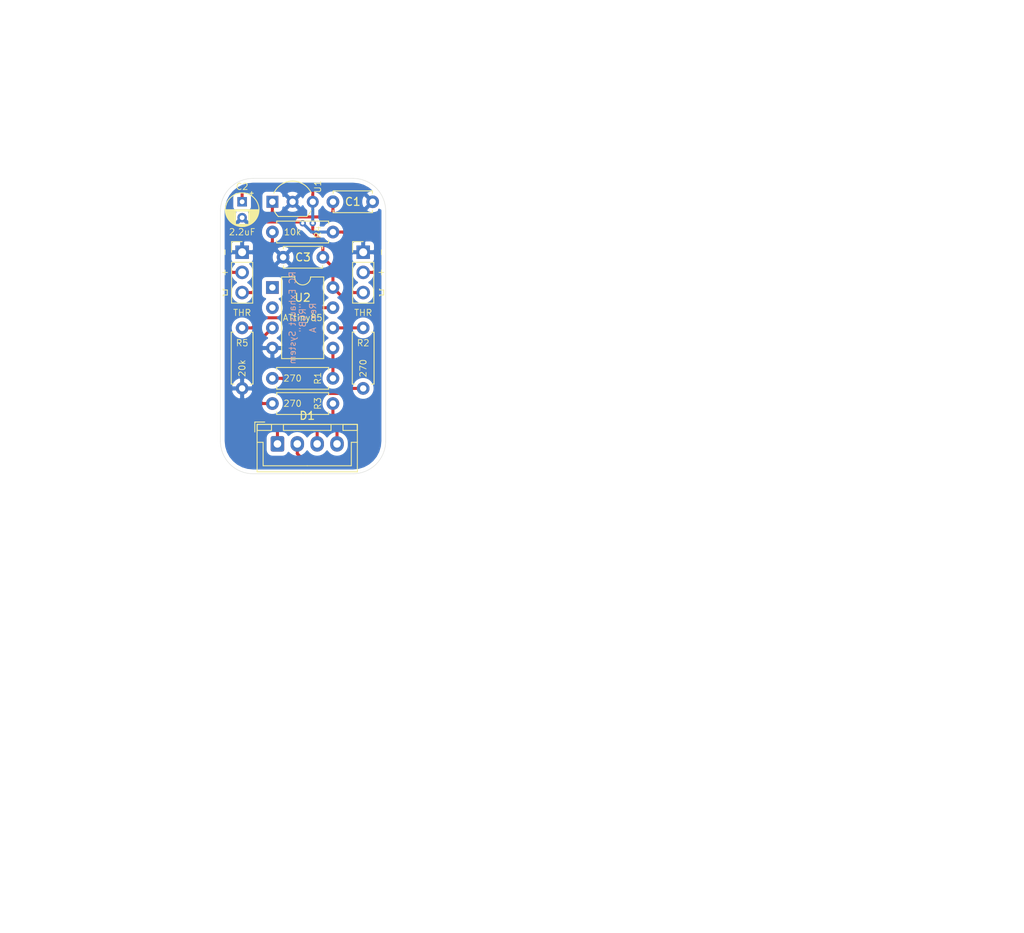
<source format=kicad_pcb>
(kicad_pcb (version 20171130) (host pcbnew "(5.1.8)-1")

  (general
    (thickness 1.6)
    (drawings 29)
    (tracks 88)
    (zones 0)
    (modules 13)
    (nets 12)
  )

  (page A4)
  (layers
    (0 F.Cu signal)
    (31 B.Cu signal)
    (32 B.Adhes user)
    (33 F.Adhes user)
    (34 B.Paste user)
    (35 F.Paste user)
    (36 B.SilkS user)
    (37 F.SilkS user)
    (38 B.Mask user)
    (39 F.Mask user)
    (40 Dwgs.User user)
    (41 Cmts.User user)
    (42 Eco1.User user)
    (43 Eco2.User user)
    (44 Edge.Cuts user)
    (45 Margin user)
    (46 B.CrtYd user)
    (47 F.CrtYd user)
    (48 B.Fab user)
    (49 F.Fab user)
  )

  (setup
    (last_trace_width 0.381)
    (trace_clearance 0.2)
    (zone_clearance 0.508)
    (zone_45_only no)
    (trace_min 0.2)
    (via_size 0.8)
    (via_drill 0.4)
    (via_min_size 0.4)
    (via_min_drill 0.3)
    (uvia_size 0.3)
    (uvia_drill 0.1)
    (uvias_allowed no)
    (uvia_min_size 0.2)
    (uvia_min_drill 0.1)
    (edge_width 0.05)
    (segment_width 0.2)
    (pcb_text_width 0.3)
    (pcb_text_size 1.5 1.5)
    (mod_edge_width 0.12)
    (mod_text_size 1 1)
    (mod_text_width 0.15)
    (pad_size 1.524 1.524)
    (pad_drill 0.762)
    (pad_to_mask_clearance 0)
    (aux_axis_origin 0 0)
    (visible_elements 7FFFFFFF)
    (pcbplotparams
      (layerselection 0x011fc_ffffffff)
      (usegerberextensions true)
      (usegerberattributes false)
      (usegerberadvancedattributes false)
      (creategerberjobfile false)
      (excludeedgelayer true)
      (linewidth 0.100000)
      (plotframeref false)
      (viasonmask false)
      (mode 1)
      (useauxorigin false)
      (hpglpennumber 1)
      (hpglpenspeed 20)
      (hpglpendiameter 15.000000)
      (psnegative false)
      (psa4output false)
      (plotreference true)
      (plotvalue true)
      (plotinvisibletext false)
      (padsonsilk false)
      (subtractmaskfromsilk false)
      (outputformat 1)
      (mirror false)
      (drillshape 0)
      (scaleselection 1)
      (outputdirectory "export/"))
  )

  (net 0 "")
  (net 1 +5V)
  (net 2 GND)
  (net 3 VCC)
  (net 4 THR)
  (net 5 "Net-(R1-Pad2)")
  (net 6 "Net-(R2-Pad2)")
  (net 7 "Net-(D1-Pad1)")
  (net 8 "Net-(J5-Pad3)")
  (net 9 "Net-(R3-Pad2)")
  (net 10 "Net-(D1-Pad3)")
  (net 11 "Net-(D1-Pad4)")

  (net_class Default "This is the default net class."
    (clearance 0.2)
    (trace_width 0.381)
    (via_dia 0.8)
    (via_drill 0.4)
    (uvia_dia 0.3)
    (uvia_drill 0.1)
    (add_net +5V)
    (add_net GND)
    (add_net "Net-(D1-Pad1)")
    (add_net "Net-(D1-Pad3)")
    (add_net "Net-(D1-Pad4)")
    (add_net "Net-(J5-Pad3)")
    (add_net "Net-(R1-Pad2)")
    (add_net "Net-(R2-Pad2)")
    (add_net "Net-(R3-Pad2)")
    (add_net THR)
    (add_net VCC)
  )

  (net_class BEC ""
    (clearance 0.2)
    (trace_width 0.5)
    (via_dia 0.8)
    (via_drill 0.4)
    (uvia_dia 0.3)
    (uvia_drill 0.1)
  )

  (net_class Power ""
    (clearance 0.2)
    (trace_width 0.381)
    (via_dia 0.9)
    (via_drill 0.4)
    (uvia_dia 0.3)
    (uvia_drill 0.1)
  )

  (module Capacitor_THT:C_Disc_D4.7mm_W2.5mm_P5.00mm (layer F.Cu) (tedit 5AE50EF0) (tstamp 64EAE58F)
    (at 84.455 76.835)
    (descr "C, Disc series, Radial, pin pitch=5.00mm, , diameter*width=4.7*2.5mm^2, Capacitor, http://www.vishay.com/docs/45233/krseries.pdf")
    (tags "C Disc series Radial pin pitch 5.00mm  diameter 4.7mm width 2.5mm Capacitor")
    (path /64EB0385)
    (fp_text reference C1 (at 2.5 0) (layer F.SilkS)
      (effects (font (size 1 1) (thickness 0.15)))
    )
    (fp_text value 100nF (at 2.5 2.5) (layer F.Fab)
      (effects (font (size 1 1) (thickness 0.15)))
    )
    (fp_line (start 0.15 -1.25) (end 0.15 1.25) (layer F.Fab) (width 0.1))
    (fp_line (start 0.15 1.25) (end 4.85 1.25) (layer F.Fab) (width 0.1))
    (fp_line (start 4.85 1.25) (end 4.85 -1.25) (layer F.Fab) (width 0.1))
    (fp_line (start 4.85 -1.25) (end 0.15 -1.25) (layer F.Fab) (width 0.1))
    (fp_line (start 0.03 -1.37) (end 4.97 -1.37) (layer F.SilkS) (width 0.12))
    (fp_line (start 0.03 1.37) (end 4.97 1.37) (layer F.SilkS) (width 0.12))
    (fp_line (start 0.03 -1.37) (end 0.03 -1.055) (layer F.SilkS) (width 0.12))
    (fp_line (start 0.03 1.055) (end 0.03 1.37) (layer F.SilkS) (width 0.12))
    (fp_line (start 4.97 -1.37) (end 4.97 -1.055) (layer F.SilkS) (width 0.12))
    (fp_line (start 4.97 1.055) (end 4.97 1.37) (layer F.SilkS) (width 0.12))
    (fp_line (start -1.05 -1.5) (end -1.05 1.5) (layer F.CrtYd) (width 0.05))
    (fp_line (start -1.05 1.5) (end 6.05 1.5) (layer F.CrtYd) (width 0.05))
    (fp_line (start 6.05 1.5) (end 6.05 -1.5) (layer F.CrtYd) (width 0.05))
    (fp_line (start 6.05 -1.5) (end -1.05 -1.5) (layer F.CrtYd) (width 0.05))
    (fp_text user %R (at 2.5 0) (layer F.Fab)
      (effects (font (size 0.94 0.94) (thickness 0.141)))
    )
    (pad 1 thru_hole circle (at 0 0) (size 1.6 1.6) (drill 0.8) (layers *.Cu *.Mask)
      (net 3 VCC))
    (pad 2 thru_hole circle (at 5 0) (size 1.6 1.6) (drill 0.8) (layers *.Cu *.Mask)
      (net 2 GND))
    (model ${KISYS3DMOD}/Capacitor_THT.3dshapes/C_Disc_D4.7mm_W2.5mm_P5.00mm.wrl
      (at (xyz 0 0 0))
      (scale (xyz 1 1 1))
      (rotate (xyz 0 0 0))
    )
  )

  (module Capacitor_THT:C_Disc_D4.7mm_W2.5mm_P5.00mm (layer F.Cu) (tedit 5AE50EF0) (tstamp 65176D4F)
    (at 83.185 83.82 180)
    (descr "C, Disc series, Radial, pin pitch=5.00mm, , diameter*width=4.7*2.5mm^2, Capacitor, http://www.vishay.com/docs/45233/krseries.pdf")
    (tags "C Disc series Radial pin pitch 5.00mm  diameter 4.7mm width 2.5mm Capacitor")
    (path /64EE97D5)
    (fp_text reference C3 (at 2.5 0) (layer F.SilkS)
      (effects (font (size 1 1) (thickness 0.15)))
    )
    (fp_text value 100nF (at 2.5 2.5) (layer F.Fab)
      (effects (font (size 1 1) (thickness 0.15)))
    )
    (fp_line (start 6.05 -1.5) (end -1.05 -1.5) (layer F.CrtYd) (width 0.05))
    (fp_line (start 6.05 1.5) (end 6.05 -1.5) (layer F.CrtYd) (width 0.05))
    (fp_line (start -1.05 1.5) (end 6.05 1.5) (layer F.CrtYd) (width 0.05))
    (fp_line (start -1.05 -1.5) (end -1.05 1.5) (layer F.CrtYd) (width 0.05))
    (fp_line (start 4.97 1.055) (end 4.97 1.37) (layer F.SilkS) (width 0.12))
    (fp_line (start 4.97 -1.37) (end 4.97 -1.055) (layer F.SilkS) (width 0.12))
    (fp_line (start 0.03 1.055) (end 0.03 1.37) (layer F.SilkS) (width 0.12))
    (fp_line (start 0.03 -1.37) (end 0.03 -1.055) (layer F.SilkS) (width 0.12))
    (fp_line (start 0.03 1.37) (end 4.97 1.37) (layer F.SilkS) (width 0.12))
    (fp_line (start 0.03 -1.37) (end 4.97 -1.37) (layer F.SilkS) (width 0.12))
    (fp_line (start 4.85 -1.25) (end 0.15 -1.25) (layer F.Fab) (width 0.1))
    (fp_line (start 4.85 1.25) (end 4.85 -1.25) (layer F.Fab) (width 0.1))
    (fp_line (start 0.15 1.25) (end 4.85 1.25) (layer F.Fab) (width 0.1))
    (fp_line (start 0.15 -1.25) (end 0.15 1.25) (layer F.Fab) (width 0.1))
    (fp_text user %R (at 2.5 0) (layer F.Fab)
      (effects (font (size 0.94 0.94) (thickness 0.141)))
    )
    (pad 2 thru_hole circle (at 5 0 180) (size 1.6 1.6) (drill 0.8) (layers *.Cu *.Mask)
      (net 2 GND))
    (pad 1 thru_hole circle (at 0 0 180) (size 1.6 1.6) (drill 0.8) (layers *.Cu *.Mask)
      (net 1 +5V))
    (model ${KISYS3DMOD}/Capacitor_THT.3dshapes/C_Disc_D4.7mm_W2.5mm_P5.00mm.wrl
      (at (xyz 0 0 0))
      (scale (xyz 1 1 1))
      (rotate (xyz 0 0 0))
    )
  )

  (module resistor:R_Axial_DIN0207_L6.3mm_D2.5mm_P7.62mm_Horizontal (layer F.Cu) (tedit 62698003) (tstamp 64EE9ACE)
    (at 76.835 99.06)
    (descr "Resistor, Axial_DIN0207 series, Axial, Horizontal, pin pitch=7.62mm, 0.25W = 1/4W, length*diameter=6.3*2.5mm^2, http://cdn-reichelt.de/documents/datenblatt/B400/1_4W%23YAG.pdf")
    (tags "Resistor Axial_DIN0207 series Axial Horizontal pin pitch 7.62mm 0.25W = 1/4W length 6.3mm diameter 2.5mm")
    (path /64ECF255)
    (fp_text reference R1 (at 5.715 0 -90) (layer F.SilkS)
      (effects (font (size 0.8 0.8) (thickness 0.1)))
    )
    (fp_text value 270 (at 2.54 0 180) (layer F.SilkS)
      (effects (font (size 0.8 0.8) (thickness 0.1)))
    )
    (fp_line (start 8.67 -1.5) (end -1.05 -1.5) (layer F.CrtYd) (width 0.05))
    (fp_line (start 8.67 1.5) (end 8.67 -1.5) (layer F.CrtYd) (width 0.05))
    (fp_line (start -1.05 1.5) (end 8.67 1.5) (layer F.CrtYd) (width 0.05))
    (fp_line (start -1.05 -1.5) (end -1.05 1.5) (layer F.CrtYd) (width 0.05))
    (fp_line (start 7.08 1.37) (end 7.08 1.04) (layer F.SilkS) (width 0.12))
    (fp_line (start 0.54 1.37) (end 7.08 1.37) (layer F.SilkS) (width 0.12))
    (fp_line (start 0.54 1.04) (end 0.54 1.37) (layer F.SilkS) (width 0.12))
    (fp_line (start 7.08 -1.37) (end 7.08 -1.04) (layer F.SilkS) (width 0.12))
    (fp_line (start 0.54 -1.37) (end 7.08 -1.37) (layer F.SilkS) (width 0.12))
    (fp_line (start 0.54 -1.04) (end 0.54 -1.37) (layer F.SilkS) (width 0.12))
    (fp_line (start 7.62 0) (end 6.96 0) (layer F.Fab) (width 0.1))
    (fp_line (start 0 0) (end 0.66 0) (layer F.Fab) (width 0.1))
    (fp_line (start 6.96 -1.25) (end 0.66 -1.25) (layer F.Fab) (width 0.1))
    (fp_line (start 6.96 1.25) (end 6.96 -1.25) (layer F.Fab) (width 0.1))
    (fp_line (start 0.66 1.25) (end 6.96 1.25) (layer F.Fab) (width 0.1))
    (fp_line (start 0.66 -1.25) (end 0.66 1.25) (layer F.Fab) (width 0.1))
    (fp_text user %R (at 5.715 0 -90) (layer F.Fab)
      (effects (font (size 0.8 0.8) (thickness 0.1)))
    )
    (pad 1 thru_hole circle (at 0 0) (size 1.6 1.6) (drill 0.8) (layers *.Cu *.Mask)
      (net 7 "Net-(D1-Pad1)"))
    (pad 2 thru_hole oval (at 7.62 0) (size 1.6 1.6) (drill 0.8) (layers *.Cu *.Mask)
      (net 5 "Net-(R1-Pad2)"))
    (model ${KISYS3DMOD}/Resistor_THT.3dshapes/R_Axial_DIN0207_L6.3mm_D2.5mm_P7.62mm_Horizontal.wrl
      (at (xyz 0 0 0))
      (scale (xyz 1 1 1))
      (rotate (xyz 0 0 0))
    )
  )

  (module resistor:R_Axial_DIN0207_L6.3mm_D2.5mm_P7.62mm_Horizontal (layer F.Cu) (tedit 62698003) (tstamp 64EAE5D2)
    (at 88.265 100.33 90)
    (descr "Resistor, Axial_DIN0207 series, Axial, Horizontal, pin pitch=7.62mm, 0.25W = 1/4W, length*diameter=6.3*2.5mm^2, http://cdn-reichelt.de/documents/datenblatt/B400/1_4W%23YAG.pdf")
    (tags "Resistor Axial_DIN0207 series Axial Horizontal pin pitch 7.62mm 0.25W = 1/4W length 6.3mm diameter 2.5mm")
    (path /64ED38BC)
    (fp_text reference R2 (at 5.715 0 180) (layer F.SilkS)
      (effects (font (size 0.8 0.8) (thickness 0.1)))
    )
    (fp_text value 270 (at 2.54 0 270) (layer F.SilkS)
      (effects (font (size 0.8 0.8) (thickness 0.1)))
    )
    (fp_line (start 0.66 -1.25) (end 0.66 1.25) (layer F.Fab) (width 0.1))
    (fp_line (start 0.66 1.25) (end 6.96 1.25) (layer F.Fab) (width 0.1))
    (fp_line (start 6.96 1.25) (end 6.96 -1.25) (layer F.Fab) (width 0.1))
    (fp_line (start 6.96 -1.25) (end 0.66 -1.25) (layer F.Fab) (width 0.1))
    (fp_line (start 0 0) (end 0.66 0) (layer F.Fab) (width 0.1))
    (fp_line (start 7.62 0) (end 6.96 0) (layer F.Fab) (width 0.1))
    (fp_line (start 0.54 -1.04) (end 0.54 -1.37) (layer F.SilkS) (width 0.12))
    (fp_line (start 0.54 -1.37) (end 7.08 -1.37) (layer F.SilkS) (width 0.12))
    (fp_line (start 7.08 -1.37) (end 7.08 -1.04) (layer F.SilkS) (width 0.12))
    (fp_line (start 0.54 1.04) (end 0.54 1.37) (layer F.SilkS) (width 0.12))
    (fp_line (start 0.54 1.37) (end 7.08 1.37) (layer F.SilkS) (width 0.12))
    (fp_line (start 7.08 1.37) (end 7.08 1.04) (layer F.SilkS) (width 0.12))
    (fp_line (start -1.05 -1.5) (end -1.05 1.5) (layer F.CrtYd) (width 0.05))
    (fp_line (start -1.05 1.5) (end 8.67 1.5) (layer F.CrtYd) (width 0.05))
    (fp_line (start 8.67 1.5) (end 8.67 -1.5) (layer F.CrtYd) (width 0.05))
    (fp_line (start 8.67 -1.5) (end -1.05 -1.5) (layer F.CrtYd) (width 0.05))
    (fp_text user %R (at 5.715 0 180) (layer F.Fab)
      (effects (font (size 0.8 0.8) (thickness 0.1)))
    )
    (pad 2 thru_hole oval (at 7.62 0 90) (size 1.6 1.6) (drill 0.8) (layers *.Cu *.Mask)
      (net 6 "Net-(R2-Pad2)"))
    (pad 1 thru_hole circle (at 0 0 90) (size 1.6 1.6) (drill 0.8) (layers *.Cu *.Mask)
      (net 10 "Net-(D1-Pad3)"))
    (model ${KISYS3DMOD}/Resistor_THT.3dshapes/R_Axial_DIN0207_L6.3mm_D2.5mm_P7.62mm_Horizontal.wrl
      (at (xyz 0 0 0))
      (scale (xyz 1 1 1))
      (rotate (xyz 0 0 0))
    )
  )

  (module Connector_PinHeader_2.54mm:PinHeader_1x03_P2.54mm_Vertical (layer F.Cu) (tedit 59FED5CC) (tstamp 65176631)
    (at 88.265 83.185)
    (descr "Through hole straight pin header, 1x03, 2.54mm pitch, single row")
    (tags "Through hole pin header THT 1x03 2.54mm single row")
    (path /64E92EE9)
    (fp_text reference J6 (at 0 -2.33) (layer F.SilkS) hide
      (effects (font (size 0.8 0.8) (thickness 0.1)))
    )
    (fp_text value THR_Y (at 0 7.41) (layer F.Fab)
      (effects (font (size 0.8 0.8) (thickness 0.1)))
    )
    (fp_line (start -0.635 -1.27) (end 1.27 -1.27) (layer F.Fab) (width 0.1))
    (fp_line (start 1.27 -1.27) (end 1.27 6.35) (layer F.Fab) (width 0.1))
    (fp_line (start 1.27 6.35) (end -1.27 6.35) (layer F.Fab) (width 0.1))
    (fp_line (start -1.27 6.35) (end -1.27 -0.635) (layer F.Fab) (width 0.1))
    (fp_line (start -1.27 -0.635) (end -0.635 -1.27) (layer F.Fab) (width 0.1))
    (fp_line (start -1.33 6.41) (end 1.33 6.41) (layer F.SilkS) (width 0.12))
    (fp_line (start -1.33 1.27) (end -1.33 6.41) (layer F.SilkS) (width 0.12))
    (fp_line (start 1.33 1.27) (end 1.33 6.41) (layer F.SilkS) (width 0.12))
    (fp_line (start -1.33 1.27) (end 1.33 1.27) (layer F.SilkS) (width 0.12))
    (fp_line (start -1.33 0) (end -1.33 -1.33) (layer F.SilkS) (width 0.12))
    (fp_line (start -1.33 -1.33) (end 0 -1.33) (layer F.SilkS) (width 0.12))
    (fp_line (start -1.8 -1.8) (end -1.8 6.85) (layer F.CrtYd) (width 0.05))
    (fp_line (start -1.8 6.85) (end 1.8 6.85) (layer F.CrtYd) (width 0.05))
    (fp_line (start 1.8 6.85) (end 1.8 -1.8) (layer F.CrtYd) (width 0.05))
    (fp_line (start 1.8 -1.8) (end -1.8 -1.8) (layer F.CrtYd) (width 0.05))
    (fp_text user %R (at 0 2.54 90) (layer F.Fab)
      (effects (font (size 0.8 0.8) (thickness 0.1)))
    )
    (pad 3 thru_hole oval (at 0 5.08) (size 1.7 1.7) (drill 1) (layers *.Cu *.Mask)
      (net 8 "Net-(J5-Pad3)"))
    (pad 2 thru_hole oval (at 0 2.54) (size 1.7 1.7) (drill 1) (layers *.Cu *.Mask)
      (net 3 VCC))
    (pad 1 thru_hole rect (at 0 0) (size 1.7 1.7) (drill 1) (layers *.Cu *.Mask)
      (net 2 GND))
    (model ${KISYS3DMOD}/Connector_PinHeader_2.54mm.3dshapes/PinHeader_1x03_P2.54mm_Vertical.wrl
      (at (xyz 0 0 0))
      (scale (xyz 1 1 1))
      (rotate (xyz 0 0 0))
    )
  )

  (module Package_DIP:DIP-8_W7.62mm (layer F.Cu) (tedit 5A02E8C5) (tstamp 64EA8671)
    (at 76.835 87.63)
    (descr "8-lead though-hole mounted DIP package, row spacing 7.62 mm (300 mils)")
    (tags "THT DIP DIL PDIP 2.54mm 7.62mm 300mil")
    (path /64EBDFCC)
    (fp_text reference U2 (at 3.81 1.27) (layer F.SilkS)
      (effects (font (size 1 1) (thickness 0.15)))
    )
    (fp_text value ATtiny85-20PU (at 3.81 9.95) (layer F.Fab)
      (effects (font (size 1 1) (thickness 0.15)))
    )
    (fp_line (start 8.7 -1.55) (end -1.1 -1.55) (layer F.CrtYd) (width 0.05))
    (fp_line (start 8.7 9.15) (end 8.7 -1.55) (layer F.CrtYd) (width 0.05))
    (fp_line (start -1.1 9.15) (end 8.7 9.15) (layer F.CrtYd) (width 0.05))
    (fp_line (start -1.1 -1.55) (end -1.1 9.15) (layer F.CrtYd) (width 0.05))
    (fp_line (start 6.46 -1.33) (end 4.81 -1.33) (layer F.SilkS) (width 0.12))
    (fp_line (start 6.46 8.95) (end 6.46 -1.33) (layer F.SilkS) (width 0.12))
    (fp_line (start 1.16 8.95) (end 6.46 8.95) (layer F.SilkS) (width 0.12))
    (fp_line (start 1.16 -1.33) (end 1.16 8.95) (layer F.SilkS) (width 0.12))
    (fp_line (start 2.81 -1.33) (end 1.16 -1.33) (layer F.SilkS) (width 0.12))
    (fp_line (start 0.635 -0.27) (end 1.635 -1.27) (layer F.Fab) (width 0.1))
    (fp_line (start 0.635 8.89) (end 0.635 -0.27) (layer F.Fab) (width 0.1))
    (fp_line (start 6.985 8.89) (end 0.635 8.89) (layer F.Fab) (width 0.1))
    (fp_line (start 6.985 -1.27) (end 6.985 8.89) (layer F.Fab) (width 0.1))
    (fp_line (start 1.635 -1.27) (end 6.985 -1.27) (layer F.Fab) (width 0.1))
    (fp_arc (start 3.81 -1.33) (end 2.81 -1.33) (angle -180) (layer F.SilkS) (width 0.12))
    (fp_text user %R (at 3.81 1.27) (layer F.Fab)
      (effects (font (size 1 1) (thickness 0.15)))
    )
    (pad 1 thru_hole rect (at 0 0) (size 1.6 1.6) (drill 0.8) (layers *.Cu *.Mask))
    (pad 5 thru_hole oval (at 7.62 7.62) (size 1.6 1.6) (drill 0.8) (layers *.Cu *.Mask)
      (net 5 "Net-(R1-Pad2)"))
    (pad 2 thru_hole oval (at 0 2.54) (size 1.6 1.6) (drill 0.8) (layers *.Cu *.Mask))
    (pad 6 thru_hole oval (at 7.62 5.08) (size 1.6 1.6) (drill 0.8) (layers *.Cu *.Mask)
      (net 6 "Net-(R2-Pad2)"))
    (pad 3 thru_hole oval (at 0 5.08) (size 1.6 1.6) (drill 0.8) (layers *.Cu *.Mask)
      (net 9 "Net-(R3-Pad2)"))
    (pad 7 thru_hole oval (at 7.62 2.54) (size 1.6 1.6) (drill 0.8) (layers *.Cu *.Mask)
      (net 4 THR))
    (pad 4 thru_hole oval (at 0 7.62) (size 1.6 1.6) (drill 0.8) (layers *.Cu *.Mask)
      (net 2 GND))
    (pad 8 thru_hole oval (at 7.62 0) (size 1.6 1.6) (drill 0.8) (layers *.Cu *.Mask)
      (net 1 +5V))
    (model ${KISYS3DMOD}/Package_DIP.3dshapes/DIP-8_W7.62mm.wrl
      (at (xyz 0 0 0))
      (scale (xyz 1 1 1))
      (rotate (xyz 0 0 0))
    )
  )

  (module Capacitor_THT:CP_Radial_D4.0mm_P2.00mm (layer F.Cu) (tedit 5AE50EF0) (tstamp 64EAE8E1)
    (at 73.025 76.835 270)
    (descr "CP, Radial series, Radial, pin pitch=2.00mm, , diameter=4mm, Electrolytic Capacitor")
    (tags "CP Radial series Radial pin pitch 2.00mm  diameter 4mm Electrolytic Capacitor")
    (path /64EB0B27)
    (fp_text reference C2 (at -1.905 0 180) (layer F.SilkS)
      (effects (font (size 0.8 0.8) (thickness 0.1)))
    )
    (fp_text value 2.2uF (at 3.81 0 180) (layer F.SilkS)
      (effects (font (size 0.8 0.8) (thickness 0.1)))
    )
    (fp_line (start -1.069801 -1.395) (end -1.069801 -0.995) (layer F.SilkS) (width 0.12))
    (fp_line (start -1.269801 -1.195) (end -0.869801 -1.195) (layer F.SilkS) (width 0.12))
    (fp_line (start 3.081 -0.37) (end 3.081 0.37) (layer F.SilkS) (width 0.12))
    (fp_line (start 3.041 -0.537) (end 3.041 0.537) (layer F.SilkS) (width 0.12))
    (fp_line (start 3.001 -0.664) (end 3.001 0.664) (layer F.SilkS) (width 0.12))
    (fp_line (start 2.961 -0.768) (end 2.961 0.768) (layer F.SilkS) (width 0.12))
    (fp_line (start 2.921 -0.859) (end 2.921 0.859) (layer F.SilkS) (width 0.12))
    (fp_line (start 2.881 -0.94) (end 2.881 0.94) (layer F.SilkS) (width 0.12))
    (fp_line (start 2.841 -1.013) (end 2.841 1.013) (layer F.SilkS) (width 0.12))
    (fp_line (start 2.801 0.84) (end 2.801 1.08) (layer F.SilkS) (width 0.12))
    (fp_line (start 2.801 -1.08) (end 2.801 -0.84) (layer F.SilkS) (width 0.12))
    (fp_line (start 2.761 0.84) (end 2.761 1.142) (layer F.SilkS) (width 0.12))
    (fp_line (start 2.761 -1.142) (end 2.761 -0.84) (layer F.SilkS) (width 0.12))
    (fp_line (start 2.721 0.84) (end 2.721 1.2) (layer F.SilkS) (width 0.12))
    (fp_line (start 2.721 -1.2) (end 2.721 -0.84) (layer F.SilkS) (width 0.12))
    (fp_line (start 2.681 0.84) (end 2.681 1.254) (layer F.SilkS) (width 0.12))
    (fp_line (start 2.681 -1.254) (end 2.681 -0.84) (layer F.SilkS) (width 0.12))
    (fp_line (start 2.641 0.84) (end 2.641 1.304) (layer F.SilkS) (width 0.12))
    (fp_line (start 2.641 -1.304) (end 2.641 -0.84) (layer F.SilkS) (width 0.12))
    (fp_line (start 2.601 0.84) (end 2.601 1.351) (layer F.SilkS) (width 0.12))
    (fp_line (start 2.601 -1.351) (end 2.601 -0.84) (layer F.SilkS) (width 0.12))
    (fp_line (start 2.561 0.84) (end 2.561 1.396) (layer F.SilkS) (width 0.12))
    (fp_line (start 2.561 -1.396) (end 2.561 -0.84) (layer F.SilkS) (width 0.12))
    (fp_line (start 2.521 0.84) (end 2.521 1.438) (layer F.SilkS) (width 0.12))
    (fp_line (start 2.521 -1.438) (end 2.521 -0.84) (layer F.SilkS) (width 0.12))
    (fp_line (start 2.481 0.84) (end 2.481 1.478) (layer F.SilkS) (width 0.12))
    (fp_line (start 2.481 -1.478) (end 2.481 -0.84) (layer F.SilkS) (width 0.12))
    (fp_line (start 2.441 0.84) (end 2.441 1.516) (layer F.SilkS) (width 0.12))
    (fp_line (start 2.441 -1.516) (end 2.441 -0.84) (layer F.SilkS) (width 0.12))
    (fp_line (start 2.401 0.84) (end 2.401 1.552) (layer F.SilkS) (width 0.12))
    (fp_line (start 2.401 -1.552) (end 2.401 -0.84) (layer F.SilkS) (width 0.12))
    (fp_line (start 2.361 0.84) (end 2.361 1.587) (layer F.SilkS) (width 0.12))
    (fp_line (start 2.361 -1.587) (end 2.361 -0.84) (layer F.SilkS) (width 0.12))
    (fp_line (start 2.321 0.84) (end 2.321 1.619) (layer F.SilkS) (width 0.12))
    (fp_line (start 2.321 -1.619) (end 2.321 -0.84) (layer F.SilkS) (width 0.12))
    (fp_line (start 2.281 0.84) (end 2.281 1.65) (layer F.SilkS) (width 0.12))
    (fp_line (start 2.281 -1.65) (end 2.281 -0.84) (layer F.SilkS) (width 0.12))
    (fp_line (start 2.241 0.84) (end 2.241 1.68) (layer F.SilkS) (width 0.12))
    (fp_line (start 2.241 -1.68) (end 2.241 -0.84) (layer F.SilkS) (width 0.12))
    (fp_line (start 2.201 0.84) (end 2.201 1.708) (layer F.SilkS) (width 0.12))
    (fp_line (start 2.201 -1.708) (end 2.201 -0.84) (layer F.SilkS) (width 0.12))
    (fp_line (start 2.161 0.84) (end 2.161 1.735) (layer F.SilkS) (width 0.12))
    (fp_line (start 2.161 -1.735) (end 2.161 -0.84) (layer F.SilkS) (width 0.12))
    (fp_line (start 2.121 0.84) (end 2.121 1.76) (layer F.SilkS) (width 0.12))
    (fp_line (start 2.121 -1.76) (end 2.121 -0.84) (layer F.SilkS) (width 0.12))
    (fp_line (start 2.081 0.84) (end 2.081 1.785) (layer F.SilkS) (width 0.12))
    (fp_line (start 2.081 -1.785) (end 2.081 -0.84) (layer F.SilkS) (width 0.12))
    (fp_line (start 2.041 0.84) (end 2.041 1.808) (layer F.SilkS) (width 0.12))
    (fp_line (start 2.041 -1.808) (end 2.041 -0.84) (layer F.SilkS) (width 0.12))
    (fp_line (start 2.001 0.84) (end 2.001 1.83) (layer F.SilkS) (width 0.12))
    (fp_line (start 2.001 -1.83) (end 2.001 -0.84) (layer F.SilkS) (width 0.12))
    (fp_line (start 1.961 0.84) (end 1.961 1.851) (layer F.SilkS) (width 0.12))
    (fp_line (start 1.961 -1.851) (end 1.961 -0.84) (layer F.SilkS) (width 0.12))
    (fp_line (start 1.921 0.84) (end 1.921 1.87) (layer F.SilkS) (width 0.12))
    (fp_line (start 1.921 -1.87) (end 1.921 -0.84) (layer F.SilkS) (width 0.12))
    (fp_line (start 1.881 0.84) (end 1.881 1.889) (layer F.SilkS) (width 0.12))
    (fp_line (start 1.881 -1.889) (end 1.881 -0.84) (layer F.SilkS) (width 0.12))
    (fp_line (start 1.841 0.84) (end 1.841 1.907) (layer F.SilkS) (width 0.12))
    (fp_line (start 1.841 -1.907) (end 1.841 -0.84) (layer F.SilkS) (width 0.12))
    (fp_line (start 1.801 0.84) (end 1.801 1.924) (layer F.SilkS) (width 0.12))
    (fp_line (start 1.801 -1.924) (end 1.801 -0.84) (layer F.SilkS) (width 0.12))
    (fp_line (start 1.761 0.84) (end 1.761 1.94) (layer F.SilkS) (width 0.12))
    (fp_line (start 1.761 -1.94) (end 1.761 -0.84) (layer F.SilkS) (width 0.12))
    (fp_line (start 1.721 0.84) (end 1.721 1.954) (layer F.SilkS) (width 0.12))
    (fp_line (start 1.721 -1.954) (end 1.721 -0.84) (layer F.SilkS) (width 0.12))
    (fp_line (start 1.68 0.84) (end 1.68 1.968) (layer F.SilkS) (width 0.12))
    (fp_line (start 1.68 -1.968) (end 1.68 -0.84) (layer F.SilkS) (width 0.12))
    (fp_line (start 1.64 0.84) (end 1.64 1.982) (layer F.SilkS) (width 0.12))
    (fp_line (start 1.64 -1.982) (end 1.64 -0.84) (layer F.SilkS) (width 0.12))
    (fp_line (start 1.6 0.84) (end 1.6 1.994) (layer F.SilkS) (width 0.12))
    (fp_line (start 1.6 -1.994) (end 1.6 -0.84) (layer F.SilkS) (width 0.12))
    (fp_line (start 1.56 0.84) (end 1.56 2.005) (layer F.SilkS) (width 0.12))
    (fp_line (start 1.56 -2.005) (end 1.56 -0.84) (layer F.SilkS) (width 0.12))
    (fp_line (start 1.52 0.84) (end 1.52 2.016) (layer F.SilkS) (width 0.12))
    (fp_line (start 1.52 -2.016) (end 1.52 -0.84) (layer F.SilkS) (width 0.12))
    (fp_line (start 1.48 0.84) (end 1.48 2.025) (layer F.SilkS) (width 0.12))
    (fp_line (start 1.48 -2.025) (end 1.48 -0.84) (layer F.SilkS) (width 0.12))
    (fp_line (start 1.44 0.84) (end 1.44 2.034) (layer F.SilkS) (width 0.12))
    (fp_line (start 1.44 -2.034) (end 1.44 -0.84) (layer F.SilkS) (width 0.12))
    (fp_line (start 1.4 0.84) (end 1.4 2.042) (layer F.SilkS) (width 0.12))
    (fp_line (start 1.4 -2.042) (end 1.4 -0.84) (layer F.SilkS) (width 0.12))
    (fp_line (start 1.36 0.84) (end 1.36 2.05) (layer F.SilkS) (width 0.12))
    (fp_line (start 1.36 -2.05) (end 1.36 -0.84) (layer F.SilkS) (width 0.12))
    (fp_line (start 1.32 0.84) (end 1.32 2.056) (layer F.SilkS) (width 0.12))
    (fp_line (start 1.32 -2.056) (end 1.32 -0.84) (layer F.SilkS) (width 0.12))
    (fp_line (start 1.28 0.84) (end 1.28 2.062) (layer F.SilkS) (width 0.12))
    (fp_line (start 1.28 -2.062) (end 1.28 -0.84) (layer F.SilkS) (width 0.12))
    (fp_line (start 1.24 0.84) (end 1.24 2.067) (layer F.SilkS) (width 0.12))
    (fp_line (start 1.24 -2.067) (end 1.24 -0.84) (layer F.SilkS) (width 0.12))
    (fp_line (start 1.2 0.84) (end 1.2 2.071) (layer F.SilkS) (width 0.12))
    (fp_line (start 1.2 -2.071) (end 1.2 -0.84) (layer F.SilkS) (width 0.12))
    (fp_line (start 1.16 -2.074) (end 1.16 2.074) (layer F.SilkS) (width 0.12))
    (fp_line (start 1.12 -2.077) (end 1.12 2.077) (layer F.SilkS) (width 0.12))
    (fp_line (start 1.08 -2.079) (end 1.08 2.079) (layer F.SilkS) (width 0.12))
    (fp_line (start 1.04 -2.08) (end 1.04 2.08) (layer F.SilkS) (width 0.12))
    (fp_line (start 1 -2.08) (end 1 2.08) (layer F.SilkS) (width 0.12))
    (fp_line (start -0.502554 -1.0675) (end -0.502554 -0.6675) (layer F.Fab) (width 0.1))
    (fp_line (start -0.702554 -0.8675) (end -0.302554 -0.8675) (layer F.Fab) (width 0.1))
    (fp_circle (center 1 0) (end 3.25 0) (layer F.CrtYd) (width 0.05))
    (fp_circle (center 1 0) (end 3.12 0) (layer F.SilkS) (width 0.12))
    (fp_circle (center 1 0) (end 3 0) (layer F.Fab) (width 0.1))
    (fp_text user %R (at 1 0 270) (layer F.Fab)
      (effects (font (size 0.8 0.8) (thickness 0.12)))
    )
    (pad 1 thru_hole rect (at 0 0 270) (size 1.2 1.2) (drill 0.6) (layers *.Cu *.Mask)
      (net 1 +5V))
    (pad 2 thru_hole circle (at 2 0 270) (size 1.2 1.2) (drill 0.6) (layers *.Cu *.Mask)
      (net 2 GND))
    (model ${KISYS3DMOD}/Capacitor_THT.3dshapes/CP_Radial_D4.0mm_P2.00mm.wrl
      (at (xyz 0 0 0))
      (scale (xyz 1 1 1))
      (rotate (xyz 0 0 0))
    )
  )

  (module Connector_PinHeader_2.54mm:PinHeader_1x03_P2.54mm_Vertical (layer F.Cu) (tedit 59FED5CC) (tstamp 651765EF)
    (at 73.025 83.185)
    (descr "Through hole straight pin header, 1x03, 2.54mm pitch, single row")
    (tags "Through hole pin header THT 1x03 2.54mm single row")
    (path /64E92EE3)
    (fp_text reference J5 (at 0 -2.33) (layer F.SilkS) hide
      (effects (font (size 1 1) (thickness 0.15)))
    )
    (fp_text value THR (at 0 7.41) (layer F.Fab)
      (effects (font (size 1 1) (thickness 0.15)))
    )
    (fp_line (start 1.8 -1.8) (end -1.8 -1.8) (layer F.CrtYd) (width 0.05))
    (fp_line (start 1.8 6.85) (end 1.8 -1.8) (layer F.CrtYd) (width 0.05))
    (fp_line (start -1.8 6.85) (end 1.8 6.85) (layer F.CrtYd) (width 0.05))
    (fp_line (start -1.8 -1.8) (end -1.8 6.85) (layer F.CrtYd) (width 0.05))
    (fp_line (start -1.33 -1.33) (end 0 -1.33) (layer F.SilkS) (width 0.12))
    (fp_line (start -1.33 0) (end -1.33 -1.33) (layer F.SilkS) (width 0.12))
    (fp_line (start -1.33 1.27) (end 1.33 1.27) (layer F.SilkS) (width 0.12))
    (fp_line (start 1.33 1.27) (end 1.33 6.41) (layer F.SilkS) (width 0.12))
    (fp_line (start -1.33 1.27) (end -1.33 6.41) (layer F.SilkS) (width 0.12))
    (fp_line (start -1.33 6.41) (end 1.33 6.41) (layer F.SilkS) (width 0.12))
    (fp_line (start -1.27 -0.635) (end -0.635 -1.27) (layer F.Fab) (width 0.1))
    (fp_line (start -1.27 6.35) (end -1.27 -0.635) (layer F.Fab) (width 0.1))
    (fp_line (start 1.27 6.35) (end -1.27 6.35) (layer F.Fab) (width 0.1))
    (fp_line (start 1.27 -1.27) (end 1.27 6.35) (layer F.Fab) (width 0.1))
    (fp_line (start -0.635 -1.27) (end 1.27 -1.27) (layer F.Fab) (width 0.1))
    (fp_text user %R (at 0 2.54 90) (layer F.Fab)
      (effects (font (size 1 1) (thickness 0.15)))
    )
    (pad 1 thru_hole rect (at 0 0) (size 1.7 1.7) (drill 1) (layers *.Cu *.Mask)
      (net 2 GND))
    (pad 2 thru_hole oval (at 0 2.54) (size 1.7 1.7) (drill 1) (layers *.Cu *.Mask)
      (net 3 VCC))
    (pad 3 thru_hole oval (at 0 5.08) (size 1.7 1.7) (drill 1) (layers *.Cu *.Mask)
      (net 8 "Net-(J5-Pad3)"))
    (model ${KISYS3DMOD}/Connector_PinHeader_2.54mm.3dshapes/PinHeader_1x03_P2.54mm_Vertical.wrl
      (at (xyz 0 0 0))
      (scale (xyz 1 1 1))
      (rotate (xyz 0 0 0))
    )
  )

  (module rc_light_system:L4931CZ50_TO-92_Inline_Wide (layer F.Cu) (tedit 64F0F8C7) (tstamp 64F15BD9)
    (at 81.915 76.835 180)
    (descr "TO-92 leads in-line, wide, drill 0.75mm (see NXP sot054_po.pdf)")
    (tags "to-92 sc-43 sc-43a sot54 PA33 transistor")
    (path /64EB39D5)
    (fp_text reference U1 (at -0.635 1.905 270) (layer F.SilkS)
      (effects (font (size 0.8 0.8) (thickness 0.1)))
    )
    (fp_text value L4931CZ50 (at 2.54 3.175) (layer F.Fab)
      (effects (font (size 0.8 0.8) (thickness 0.1)))
    )
    (fp_line (start -1.01 -2.01) (end 6.09 -2.01) (layer F.CrtYd) (width 0.05))
    (fp_line (start -1.01 -2.01) (end -1.01 2.73) (layer F.CrtYd) (width 0.05))
    (fp_line (start 6.09 2.73) (end 6.09 -2.01) (layer F.CrtYd) (width 0.05))
    (fp_line (start 6.09 2.73) (end -1.01 2.73) (layer F.CrtYd) (width 0.05))
    (fp_line (start 4.28 -1.75) (end 0.78 -1.75) (layer F.Fab) (width 0.1))
    (fp_line (start 4.34 -1.85) (end 0.74 -1.85) (layer F.SilkS) (width 0.12))
    (fp_text user %R (at 2.54 0 180) (layer F.Fab)
      (effects (font (size 1 1) (thickness 0.15)))
    )
    (fp_arc (start 2.54 0) (end 4.34 -1.85) (angle 20) (layer F.SilkS) (width 0.12))
    (fp_arc (start 2.54 0) (end 2.54 2.6) (angle -65) (layer F.SilkS) (width 0.12))
    (fp_arc (start 2.54 0) (end 2.54 2.6) (angle 65) (layer F.SilkS) (width 0.12))
    (fp_arc (start 2.54 0) (end 2.54 2.48) (angle 135) (layer F.Fab) (width 0.1))
    (fp_arc (start 2.54 0) (end 2.54 2.48) (angle -135) (layer F.Fab) (width 0.1))
    (fp_arc (start 2.54 0) (end 0.74 -1.85) (angle -20) (layer F.SilkS) (width 0.12))
    (pad 2 thru_hole circle (at 2.54 0) (size 1.5 1.5) (drill 0.8) (layers *.Cu *.Mask)
      (net 2 GND))
    (pad 1 thru_hole circle (at 0 0) (size 1.5 1.5) (drill 0.8) (layers *.Cu *.Mask)
      (net 1 +5V))
    (pad 3 thru_hole rect (at 5.08 0) (size 1.5 1.5) (drill 0.8) (layers *.Cu *.Mask)
      (net 3 VCC))
    (model ${KISYS3DMOD}/Package_TO_SOT_THT.3dshapes/TO-92_Inline_Wide.wrl
      (offset (xyz 5 0 0))
      (scale (xyz 1 1 1))
      (rotate (xyz 0 0 180))
    )
  )

  (module resistor:R_Axial_DIN0207_L6.3mm_D2.5mm_P7.62mm_Horizontal (layer F.Cu) (tedit 62698003) (tstamp 65176009)
    (at 84.455 102.235 180)
    (descr "Resistor, Axial_DIN0207 series, Axial, Horizontal, pin pitch=7.62mm, 0.25W = 1/4W, length*diameter=6.3*2.5mm^2, http://cdn-reichelt.de/documents/datenblatt/B400/1_4W%23YAG.pdf")
    (tags "Resistor Axial_DIN0207 series Axial Horizontal pin pitch 7.62mm 0.25W = 1/4W length 6.3mm diameter 2.5mm")
    (path /650115B7)
    (fp_text reference R3 (at 1.905 0 90) (layer F.SilkS)
      (effects (font (size 0.8 0.8) (thickness 0.1)))
    )
    (fp_text value 270 (at 5.08 0) (layer F.SilkS)
      (effects (font (size 0.8 0.8) (thickness 0.1)))
    )
    (fp_line (start 0.66 -1.25) (end 0.66 1.25) (layer F.Fab) (width 0.1))
    (fp_line (start 0.66 1.25) (end 6.96 1.25) (layer F.Fab) (width 0.1))
    (fp_line (start 6.96 1.25) (end 6.96 -1.25) (layer F.Fab) (width 0.1))
    (fp_line (start 6.96 -1.25) (end 0.66 -1.25) (layer F.Fab) (width 0.1))
    (fp_line (start 0 0) (end 0.66 0) (layer F.Fab) (width 0.1))
    (fp_line (start 7.62 0) (end 6.96 0) (layer F.Fab) (width 0.1))
    (fp_line (start 0.54 -1.04) (end 0.54 -1.37) (layer F.SilkS) (width 0.12))
    (fp_line (start 0.54 -1.37) (end 7.08 -1.37) (layer F.SilkS) (width 0.12))
    (fp_line (start 7.08 -1.37) (end 7.08 -1.04) (layer F.SilkS) (width 0.12))
    (fp_line (start 0.54 1.04) (end 0.54 1.37) (layer F.SilkS) (width 0.12))
    (fp_line (start 0.54 1.37) (end 7.08 1.37) (layer F.SilkS) (width 0.12))
    (fp_line (start 7.08 1.37) (end 7.08 1.04) (layer F.SilkS) (width 0.12))
    (fp_line (start -1.05 -1.5) (end -1.05 1.5) (layer F.CrtYd) (width 0.05))
    (fp_line (start -1.05 1.5) (end 8.67 1.5) (layer F.CrtYd) (width 0.05))
    (fp_line (start 8.67 1.5) (end 8.67 -1.5) (layer F.CrtYd) (width 0.05))
    (fp_line (start 8.67 -1.5) (end -1.05 -1.5) (layer F.CrtYd) (width 0.05))
    (fp_text user %R (at 1.905 0 90) (layer F.Fab)
      (effects (font (size 0.8 0.8) (thickness 0.1)))
    )
    (pad 1 thru_hole circle (at 0 0 180) (size 1.6 1.6) (drill 0.8) (layers *.Cu *.Mask)
      (net 11 "Net-(D1-Pad4)"))
    (pad 2 thru_hole oval (at 7.62 0 180) (size 1.6 1.6) (drill 0.8) (layers *.Cu *.Mask)
      (net 9 "Net-(R3-Pad2)"))
    (model ${KISYS3DMOD}/Resistor_THT.3dshapes/R_Axial_DIN0207_L6.3mm_D2.5mm_P7.62mm_Horizontal.wrl
      (at (xyz 0 0 0))
      (scale (xyz 1 1 1))
      (rotate (xyz 0 0 0))
    )
  )

  (module resistor:R_Axial_DIN0207_L6.3mm_D2.5mm_P7.62mm_Horizontal (layer F.Cu) (tedit 62698003) (tstamp 65176020)
    (at 84.455 80.645 180)
    (descr "Resistor, Axial_DIN0207 series, Axial, Horizontal, pin pitch=7.62mm, 0.25W = 1/4W, length*diameter=6.3*2.5mm^2, http://cdn-reichelt.de/documents/datenblatt/B400/1_4W%23YAG.pdf")
    (tags "Resistor Axial_DIN0207 series Axial Horizontal pin pitch 7.62mm 0.25W = 1/4W length 6.3mm diameter 2.5mm")
    (path /650152BE)
    (fp_text reference R4 (at 1.905 0 90) (layer F.SilkS)
      (effects (font (size 0.8 0.8) (thickness 0.1)))
    )
    (fp_text value 10k (at 5.08 0) (layer F.SilkS)
      (effects (font (size 0.8 0.8) (thickness 0.1)))
    )
    (fp_line (start 8.67 -1.5) (end -1.05 -1.5) (layer F.CrtYd) (width 0.05))
    (fp_line (start 8.67 1.5) (end 8.67 -1.5) (layer F.CrtYd) (width 0.05))
    (fp_line (start -1.05 1.5) (end 8.67 1.5) (layer F.CrtYd) (width 0.05))
    (fp_line (start -1.05 -1.5) (end -1.05 1.5) (layer F.CrtYd) (width 0.05))
    (fp_line (start 7.08 1.37) (end 7.08 1.04) (layer F.SilkS) (width 0.12))
    (fp_line (start 0.54 1.37) (end 7.08 1.37) (layer F.SilkS) (width 0.12))
    (fp_line (start 0.54 1.04) (end 0.54 1.37) (layer F.SilkS) (width 0.12))
    (fp_line (start 7.08 -1.37) (end 7.08 -1.04) (layer F.SilkS) (width 0.12))
    (fp_line (start 0.54 -1.37) (end 7.08 -1.37) (layer F.SilkS) (width 0.12))
    (fp_line (start 0.54 -1.04) (end 0.54 -1.37) (layer F.SilkS) (width 0.12))
    (fp_line (start 7.62 0) (end 6.96 0) (layer F.Fab) (width 0.1))
    (fp_line (start 0 0) (end 0.66 0) (layer F.Fab) (width 0.1))
    (fp_line (start 6.96 -1.25) (end 0.66 -1.25) (layer F.Fab) (width 0.1))
    (fp_line (start 6.96 1.25) (end 6.96 -1.25) (layer F.Fab) (width 0.1))
    (fp_line (start 0.66 1.25) (end 6.96 1.25) (layer F.Fab) (width 0.1))
    (fp_line (start 0.66 -1.25) (end 0.66 1.25) (layer F.Fab) (width 0.1))
    (fp_text user %R (at 1.905 0 90) (layer F.Fab)
      (effects (font (size 0.8 0.8) (thickness 0.1)))
    )
    (pad 2 thru_hole oval (at 7.62 0 180) (size 1.6 1.6) (drill 0.8) (layers *.Cu *.Mask)
      (net 4 THR))
    (pad 1 thru_hole circle (at 0 0 180) (size 1.6 1.6) (drill 0.8) (layers *.Cu *.Mask)
      (net 8 "Net-(J5-Pad3)"))
    (model ${KISYS3DMOD}/Resistor_THT.3dshapes/R_Axial_DIN0207_L6.3mm_D2.5mm_P7.62mm_Horizontal.wrl
      (at (xyz 0 0 0))
      (scale (xyz 1 1 1))
      (rotate (xyz 0 0 0))
    )
  )

  (module resistor:R_Axial_DIN0207_L6.3mm_D2.5mm_P7.62mm_Horizontal (layer F.Cu) (tedit 62698003) (tstamp 65176037)
    (at 73.025 92.71 270)
    (descr "Resistor, Axial_DIN0207 series, Axial, Horizontal, pin pitch=7.62mm, 0.25W = 1/4W, length*diameter=6.3*2.5mm^2, http://cdn-reichelt.de/documents/datenblatt/B400/1_4W%23YAG.pdf")
    (tags "Resistor Axial_DIN0207 series Axial Horizontal pin pitch 7.62mm 0.25W = 1/4W length 6.3mm diameter 2.5mm")
    (path /65018C06)
    (fp_text reference R5 (at 1.905 0) (layer F.SilkS)
      (effects (font (size 0.8 0.8) (thickness 0.1)))
    )
    (fp_text value 20k (at 5.08 0 90) (layer F.SilkS)
      (effects (font (size 0.8 0.8) (thickness 0.1)))
    )
    (fp_line (start 0.66 -1.25) (end 0.66 1.25) (layer F.Fab) (width 0.1))
    (fp_line (start 0.66 1.25) (end 6.96 1.25) (layer F.Fab) (width 0.1))
    (fp_line (start 6.96 1.25) (end 6.96 -1.25) (layer F.Fab) (width 0.1))
    (fp_line (start 6.96 -1.25) (end 0.66 -1.25) (layer F.Fab) (width 0.1))
    (fp_line (start 0 0) (end 0.66 0) (layer F.Fab) (width 0.1))
    (fp_line (start 7.62 0) (end 6.96 0) (layer F.Fab) (width 0.1))
    (fp_line (start 0.54 -1.04) (end 0.54 -1.37) (layer F.SilkS) (width 0.12))
    (fp_line (start 0.54 -1.37) (end 7.08 -1.37) (layer F.SilkS) (width 0.12))
    (fp_line (start 7.08 -1.37) (end 7.08 -1.04) (layer F.SilkS) (width 0.12))
    (fp_line (start 0.54 1.04) (end 0.54 1.37) (layer F.SilkS) (width 0.12))
    (fp_line (start 0.54 1.37) (end 7.08 1.37) (layer F.SilkS) (width 0.12))
    (fp_line (start 7.08 1.37) (end 7.08 1.04) (layer F.SilkS) (width 0.12))
    (fp_line (start -1.05 -1.5) (end -1.05 1.5) (layer F.CrtYd) (width 0.05))
    (fp_line (start -1.05 1.5) (end 8.67 1.5) (layer F.CrtYd) (width 0.05))
    (fp_line (start 8.67 1.5) (end 8.67 -1.5) (layer F.CrtYd) (width 0.05))
    (fp_line (start 8.67 -1.5) (end -1.05 -1.5) (layer F.CrtYd) (width 0.05))
    (fp_text user %R (at 1.905 0) (layer F.Fab)
      (effects (font (size 0.8 0.8) (thickness 0.1)))
    )
    (pad 1 thru_hole circle (at 0 0 270) (size 1.6 1.6) (drill 0.8) (layers *.Cu *.Mask)
      (net 4 THR))
    (pad 2 thru_hole oval (at 7.62 0 270) (size 1.6 1.6) (drill 0.8) (layers *.Cu *.Mask)
      (net 2 GND))
    (model ${KISYS3DMOD}/Resistor_THT.3dshapes/R_Axial_DIN0207_L6.3mm_D2.5mm_P7.62mm_Horizontal.wrl
      (at (xyz 0 0 0))
      (scale (xyz 1 1 1))
      (rotate (xyz 0 0 0))
    )
  )

  (module Connector_JST:JST_XH_B4B-XH-A_1x04_P2.50mm_Vertical (layer F.Cu) (tedit 5C28146C) (tstamp 65177D47)
    (at 77.47 107.315)
    (descr "JST XH series connector, B4B-XH-A (http://www.jst-mfg.com/product/pdf/eng/eXH.pdf), generated with kicad-footprint-generator")
    (tags "connector JST XH vertical")
    (path /65190DA5)
    (fp_text reference D1 (at 3.75 -3.55) (layer F.SilkS)
      (effects (font (size 1 1) (thickness 0.15)))
    )
    (fp_text value LED_RGBA (at 3.75 4.6) (layer F.Fab)
      (effects (font (size 1 1) (thickness 0.15)))
    )
    (fp_line (start -2.85 -2.75) (end -2.85 -1.5) (layer F.SilkS) (width 0.12))
    (fp_line (start -1.6 -2.75) (end -2.85 -2.75) (layer F.SilkS) (width 0.12))
    (fp_line (start 9.3 2.75) (end 3.75 2.75) (layer F.SilkS) (width 0.12))
    (fp_line (start 9.3 -0.2) (end 9.3 2.75) (layer F.SilkS) (width 0.12))
    (fp_line (start 10.05 -0.2) (end 9.3 -0.2) (layer F.SilkS) (width 0.12))
    (fp_line (start -1.8 2.75) (end 3.75 2.75) (layer F.SilkS) (width 0.12))
    (fp_line (start -1.8 -0.2) (end -1.8 2.75) (layer F.SilkS) (width 0.12))
    (fp_line (start -2.55 -0.2) (end -1.8 -0.2) (layer F.SilkS) (width 0.12))
    (fp_line (start 10.05 -2.45) (end 8.25 -2.45) (layer F.SilkS) (width 0.12))
    (fp_line (start 10.05 -1.7) (end 10.05 -2.45) (layer F.SilkS) (width 0.12))
    (fp_line (start 8.25 -1.7) (end 10.05 -1.7) (layer F.SilkS) (width 0.12))
    (fp_line (start 8.25 -2.45) (end 8.25 -1.7) (layer F.SilkS) (width 0.12))
    (fp_line (start -0.75 -2.45) (end -2.55 -2.45) (layer F.SilkS) (width 0.12))
    (fp_line (start -0.75 -1.7) (end -0.75 -2.45) (layer F.SilkS) (width 0.12))
    (fp_line (start -2.55 -1.7) (end -0.75 -1.7) (layer F.SilkS) (width 0.12))
    (fp_line (start -2.55 -2.45) (end -2.55 -1.7) (layer F.SilkS) (width 0.12))
    (fp_line (start 6.75 -2.45) (end 0.75 -2.45) (layer F.SilkS) (width 0.12))
    (fp_line (start 6.75 -1.7) (end 6.75 -2.45) (layer F.SilkS) (width 0.12))
    (fp_line (start 0.75 -1.7) (end 6.75 -1.7) (layer F.SilkS) (width 0.12))
    (fp_line (start 0.75 -2.45) (end 0.75 -1.7) (layer F.SilkS) (width 0.12))
    (fp_line (start 0 -1.35) (end 0.625 -2.35) (layer F.Fab) (width 0.1))
    (fp_line (start -0.625 -2.35) (end 0 -1.35) (layer F.Fab) (width 0.1))
    (fp_line (start 10.45 -2.85) (end -2.95 -2.85) (layer F.CrtYd) (width 0.05))
    (fp_line (start 10.45 3.9) (end 10.45 -2.85) (layer F.CrtYd) (width 0.05))
    (fp_line (start -2.95 3.9) (end 10.45 3.9) (layer F.CrtYd) (width 0.05))
    (fp_line (start -2.95 -2.85) (end -2.95 3.9) (layer F.CrtYd) (width 0.05))
    (fp_line (start 10.06 -2.46) (end -2.56 -2.46) (layer F.SilkS) (width 0.12))
    (fp_line (start 10.06 3.51) (end 10.06 -2.46) (layer F.SilkS) (width 0.12))
    (fp_line (start -2.56 3.51) (end 10.06 3.51) (layer F.SilkS) (width 0.12))
    (fp_line (start -2.56 -2.46) (end -2.56 3.51) (layer F.SilkS) (width 0.12))
    (fp_line (start 9.95 -2.35) (end -2.45 -2.35) (layer F.Fab) (width 0.1))
    (fp_line (start 9.95 3.4) (end 9.95 -2.35) (layer F.Fab) (width 0.1))
    (fp_line (start -2.45 3.4) (end 9.95 3.4) (layer F.Fab) (width 0.1))
    (fp_line (start -2.45 -2.35) (end -2.45 3.4) (layer F.Fab) (width 0.1))
    (fp_text user %R (at 3.75 2.7) (layer F.Fab)
      (effects (font (size 1 1) (thickness 0.15)))
    )
    (pad 1 thru_hole roundrect (at 0 0) (size 1.7 1.95) (drill 0.95) (layers *.Cu *.Mask) (roundrect_rratio 0.147059)
      (net 7 "Net-(D1-Pad1)"))
    (pad 2 thru_hole oval (at 2.5 0) (size 1.7 1.95) (drill 0.95) (layers *.Cu *.Mask)
      (net 1 +5V))
    (pad 3 thru_hole oval (at 5 0) (size 1.7 1.95) (drill 0.95) (layers *.Cu *.Mask)
      (net 10 "Net-(D1-Pad3)"))
    (pad 4 thru_hole oval (at 7.5 0) (size 1.7 1.95) (drill 0.95) (layers *.Cu *.Mask)
      (net 11 "Net-(D1-Pad4)"))
    (model ${KISYS3DMOD}/Connector_JST.3dshapes/JST_XH_B4B-XH-A_1x04_P2.50mm_Vertical.wrl
      (at (xyz 0 0 0))
      (scale (xyz 1 1 1))
      (rotate (xyz 0 0 0))
    )
  )

  (gr_text ATtiny85 (at 80.645 91.44) (layer F.SilkS) (tstamp 65177506)
    (effects (font (size 0.8 0.8) (thickness 0.1)))
  )
  (gr_text THR (at 88.265 90.805) (layer F.SilkS) (tstamp 6517722E)
    (effects (font (size 0.8 0.8) (thickness 0.1)))
  )
  (gr_line (start 90.3339 87.9355) (end 90.8419 87.9355) (layer F.SilkS) (width 0.12) (tstamp 65176AFA))
  (gr_line (start 90.3339 88.5705) (end 90.3339 88.6975) (layer F.SilkS) (width 0.12) (tstamp 65176AF9))
  (gr_line (start 90.8419 87.9355) (end 90.8419 88.5705) (layer F.SilkS) (width 0.12) (tstamp 65176AF8))
  (gr_line (start 90.8419 88.5705) (end 90.3339 88.5705) (layer F.SilkS) (width 0.12) (tstamp 65176AF7))
  (gr_line (start 90.3339 87.9355) (end 90.3339 87.8085) (layer F.SilkS) (width 0.12) (tstamp 65176AF6))
  (gr_text + (at 90.499 85.725 90) (layer F.SilkS) (tstamp 65176AF5)
    (effects (font (size 0.8 0.8) (thickness 0.1)))
  )
  (gr_text - (at 90.499 83.185 90) (layer F.SilkS) (tstamp 65176AF4)
    (effects (font (size 0.8 0.8) (thickness 0.1)))
  )
  (gr_arc (start 86.995 77.996) (end 91.095 77.996) (angle -90) (layer Edge.Cuts) (width 0.05) (tstamp 64EE7F01))
  (gr_arc (start 74.392 77.996) (end 74.392 73.896) (angle -90) (layer Edge.Cuts) (width 0.05) (tstamp 64EE7EF0))
  (gr_line (start 86.995 73.896) (end 74.392 73.896) (layer Edge.Cuts) (width 0.05) (tstamp 64EE7D9E))
  (gr_line (start 91.095 77.996) (end 91.092 106.966) (layer Edge.Cuts) (width 0.05) (tstamp 64EE76BE))
  (gr_arc (start 86.992 106.966) (end 86.992 111.066) (angle -90) (layer Edge.Cuts) (width 0.05) (tstamp 64EE76BC))
  (gr_arc (start 74.392 106.966) (end 70.292 106.966) (angle -90) (layer Edge.Cuts) (width 0.05) (tstamp 64EE7693))
  (gr_line (start 70.292 106.966) (end 70.292 77.996) (layer Edge.Cuts) (width 0.05) (tstamp 64EE7601))
  (gr_line (start 80.692 111.066) (end 86.992 111.066) (layer Edge.Cuts) (width 0.05) (tstamp 64EE72FC))
  (gr_line (start 80.692 111.066) (end 74.392 111.066) (layer Edge.Cuts) (width 0.05) (tstamp 64EE72FB))
  (gr_line (start 80.692 73.896) (end 74.392 73.896) (layer Dwgs.User) (width 0.05) (tstamp 64EE72D1))
  (gr_line (start 80.692 73.896) (end 86.992 73.896) (layer Dwgs.User) (width 0.05))
  (gr_line (start 70.6489 87.9355) (end 71.1569 87.9355) (layer F.SilkS) (width 0.12) (tstamp 65176A4E))
  (gr_line (start 70.6489 87.9355) (end 70.6489 87.8085) (layer F.SilkS) (width 0.12) (tstamp 65176A5A))
  (gr_line (start 71.1569 87.9355) (end 71.1569 88.5705) (layer F.SilkS) (width 0.12) (tstamp 65176A54))
  (gr_line (start 71.1569 88.5705) (end 70.6489 88.5705) (layer F.SilkS) (width 0.12) (tstamp 65176A57))
  (gr_line (start 70.6489 88.5705) (end 70.6489 88.6975) (layer F.SilkS) (width 0.12) (tstamp 65176A51))
  (gr_text + (at 70.814 85.725 90) (layer F.SilkS) (tstamp 65176A5D)
    (effects (font (size 0.8 0.8) (thickness 0.1)))
  )
  (gr_text - (at 70.814 83.185 90) (layer F.SilkS) (tstamp 65176A6C)
    (effects (font (size 0.8 0.8) (thickness 0.1)))
  )
  (gr_text THR (at 73.025 90.805) (layer F.SilkS) (tstamp 6517665E)
    (effects (font (size 0.8 0.8) (thickness 0.1)))
  )
  (gr_text "RC Exhaust System\n\"RGB\"\nRev. A" (at 80.645 91.44 90) (layer B.SilkS)
    (effects (font (size 0.8 0.8) (thickness 0.1)) (justify mirror))
  )

  (segment (start 73.025 76.835) (end 73.025 75.565) (width 0.381) (layer F.Cu) (net 1) (status 10))
  (segment (start 73.025 75.565) (end 73.66 74.93) (width 0.381) (layer F.Cu) (net 1))
  (segment (start 73.66 74.93) (end 81.28 74.93) (width 0.381) (layer F.Cu) (net 1))
  (segment (start 81.915 75.565) (end 81.915 76.835) (width 0.381) (layer F.Cu) (net 1) (status 20))
  (segment (start 81.28 74.93) (end 81.915 75.565) (width 0.381) (layer F.Cu) (net 1))
  (segment (start 84.455 85.09) (end 83.185 83.82) (width 0.381) (layer F.Cu) (net 1) (status 20))
  (segment (start 84.455 87.63) (end 84.455 85.09) (width 0.381) (layer F.Cu) (net 1) (status 10))
  (via (at 81.915 79.5305) (size 0.8) (drill 0.4) (layers F.Cu B.Cu) (net 1))
  (segment (start 81.915 79.5305) (end 81.915 76.835) (width 0.381) (layer B.Cu) (net 1) (status 20))
  (segment (start 81.915 80.645) (end 81.915 79.5305) (width 0.381) (layer F.Cu) (net 1))
  (segment (start 83.185 81.915) (end 81.915 80.645) (width 0.381) (layer F.Cu) (net 1))
  (segment (start 83.185 83.82) (end 83.185 81.915) (width 0.381) (layer F.Cu) (net 1) (status 10))
  (segment (start 84.455 87.63) (end 86.995 90.17) (width 0.381) (layer F.Cu) (net 1))
  (segment (start 86.995 90.17) (end 89.535 90.17) (width 0.381) (layer F.Cu) (net 1))
  (segment (start 89.535 90.17) (end 90.17 90.805) (width 0.381) (layer F.Cu) (net 1))
  (segment (start 90.17 90.805) (end 90.17 107.95) (width 0.381) (layer F.Cu) (net 1))
  (segment (start 90.17 107.95) (end 88.9 109.22) (width 0.381) (layer F.Cu) (net 1))
  (segment (start 88.9 109.22) (end 80.645 109.22) (width 0.381) (layer F.Cu) (net 1))
  (segment (start 79.97 108.545) (end 79.97 107.315) (width 0.381) (layer F.Cu) (net 1))
  (segment (start 80.645 109.22) (end 79.97 108.545) (width 0.381) (layer F.Cu) (net 1))
  (segment (start 76.835 76.835) (end 76.835 78.105) (width 0.381) (layer F.Cu) (net 3) (status 10))
  (segment (start 77.47 78.74) (end 83.82 78.74) (width 0.381) (layer F.Cu) (net 3))
  (segment (start 84.455 78.105) (end 84.455 76.835) (width 0.381) (layer F.Cu) (net 3) (status 20))
  (segment (start 83.82 78.74) (end 84.455 78.105) (width 0.381) (layer F.Cu) (net 3))
  (segment (start 83.82 78.74) (end 89.535 78.74) (width 0.381) (layer F.Cu) (net 3))
  (segment (start 89.535 78.74) (end 90.17 79.375) (width 0.381) (layer F.Cu) (net 3))
  (segment (start 90.17 79.375) (end 90.17 85.09) (width 0.381) (layer F.Cu) (net 3))
  (segment (start 89.535 85.725) (end 88.265 85.725) (width 0.381) (layer F.Cu) (net 3) (status 20))
  (segment (start 90.17 85.09) (end 89.535 85.725) (width 0.381) (layer F.Cu) (net 3))
  (segment (start 76.835 78.105) (end 76.2 78.74) (width 0.381) (layer F.Cu) (net 3))
  (segment (start 76.2 78.74) (end 77.47 78.74) (width 0.381) (layer F.Cu) (net 3))
  (segment (start 74.93 78.74) (end 76.2 78.74) (width 0.381) (layer F.Cu) (net 3))
  (segment (start 71.755 80.645) (end 73.025 80.645) (width 0.381) (layer F.Cu) (net 3))
  (segment (start 71.12 85.09) (end 71.12 81.28) (width 0.381) (layer F.Cu) (net 3))
  (segment (start 73.025 80.645) (end 74.93 78.74) (width 0.381) (layer F.Cu) (net 3))
  (segment (start 71.755 85.725) (end 71.12 85.09) (width 0.381) (layer F.Cu) (net 3))
  (segment (start 71.12 81.28) (end 71.755 80.645) (width 0.381) (layer F.Cu) (net 3))
  (segment (start 73.025 85.725) (end 71.755 85.725) (width 0.381) (layer F.Cu) (net 3) (status 10))
  (segment (start 81.915 90.17) (end 84.455 90.17) (width 0.381) (layer F.Cu) (net 4) (status 20))
  (segment (start 80.645 91.44) (end 81.915 90.17) (width 0.381) (layer F.Cu) (net 4))
  (segment (start 78.74 86.36) (end 78.74 90.805) (width 0.381) (layer F.Cu) (net 4))
  (segment (start 78.105 85.725) (end 78.74 86.36) (width 0.381) (layer F.Cu) (net 4))
  (segment (start 76.835 85.725) (end 78.105 85.725) (width 0.381) (layer F.Cu) (net 4))
  (segment (start 76.2 85.09) (end 76.835 85.725) (width 0.381) (layer F.Cu) (net 4))
  (segment (start 76.835 81.915) (end 76.2 82.55) (width 0.381) (layer F.Cu) (net 4))
  (segment (start 76.835 80.645) (end 76.835 81.915) (width 0.381) (layer F.Cu) (net 4) (status 10))
  (segment (start 76.2 82.55) (end 76.2 85.09) (width 0.381) (layer F.Cu) (net 4))
  (segment (start 78.74 90.805) (end 79.375 91.44) (width 0.381) (layer F.Cu) (net 4))
  (segment (start 79.375 91.44) (end 80.645 91.44) (width 0.381) (layer F.Cu) (net 4))
  (segment (start 75.565 91.44) (end 78.105 91.44) (width 0.381) (layer F.Cu) (net 4))
  (segment (start 74.295 92.71) (end 75.565 91.44) (width 0.381) (layer F.Cu) (net 4))
  (segment (start 78.105 91.44) (end 79.375 91.44) (width 0.381) (layer F.Cu) (net 4))
  (segment (start 73.025 92.71) (end 74.295 92.71) (width 0.381) (layer F.Cu) (net 4) (status 10))
  (segment (start 84.455 95.25) (end 84.455 99.06) (width 0.381) (layer F.Cu) (net 5) (status 30))
  (segment (start 84.455 92.71) (end 88.265 92.71) (width 0.381) (layer F.Cu) (net 6) (status 30))
  (segment (start 76.835 99.06) (end 78.105 99.06) (width 0.381) (layer F.Cu) (net 7) (status 10))
  (segment (start 78.105 99.06) (end 78.74 99.695) (width 0.381) (layer F.Cu) (net 7))
  (segment (start 78.74 99.695) (end 78.74 102.87) (width 0.381) (layer F.Cu) (net 7))
  (segment (start 77.47 104.14) (end 77.47 107.315) (width 0.381) (layer F.Cu) (net 7) (status 20))
  (segment (start 78.74 102.87) (end 77.47 104.14) (width 0.381) (layer F.Cu) (net 7))
  (segment (start 88.265 88.265) (end 86.995 88.265) (width 0.381) (layer F.Cu) (net 8) (status 10))
  (segment (start 86.995 88.265) (end 86.36 87.63) (width 0.381) (layer F.Cu) (net 8))
  (segment (start 86.36 87.63) (end 86.36 81.28) (width 0.381) (layer F.Cu) (net 8))
  (segment (start 85.725 80.645) (end 84.455 80.645) (width 0.381) (layer F.Cu) (net 8) (status 20))
  (segment (start 86.36 81.28) (end 85.725 80.645) (width 0.381) (layer F.Cu) (net 8))
  (segment (start 73.025 88.265) (end 74.295 88.265) (width 0.381) (layer F.Cu) (net 8) (status 10))
  (segment (start 74.295 88.265) (end 74.93 87.63) (width 0.381) (layer F.Cu) (net 8))
  (segment (start 74.93 87.63) (end 74.93 86.36) (width 0.381) (layer F.Cu) (net 8))
  (segment (start 74.93 86.36) (end 74.93 80.196672) (width 0.381) (layer F.Cu) (net 8))
  (segment (start 74.93 80.196672) (end 75.751672 79.375) (width 0.381) (layer F.Cu) (net 8))
  (via (at 80.645 79.5305) (size 0.8) (drill 0.4) (layers F.Cu B.Cu) (net 8))
  (segment (start 80.4895 79.375) (end 80.645 79.5305) (width 0.381) (layer F.Cu) (net 8))
  (segment (start 75.751672 79.375) (end 80.4895 79.375) (width 0.381) (layer F.Cu) (net 8))
  (segment (start 81.7595 80.645) (end 81.915 80.645) (width 0.381) (layer B.Cu) (net 8))
  (segment (start 80.645 79.5305) (end 81.7595 80.645) (width 0.381) (layer B.Cu) (net 8))
  (segment (start 81.915 80.645) (end 84.455 80.645) (width 0.381) (layer B.Cu) (net 8) (status 20))
  (segment (start 76.835 92.71) (end 74.93 94.615) (width 0.381) (layer F.Cu) (net 9) (status 10))
  (segment (start 74.93 94.615) (end 74.93 101.6) (width 0.381) (layer F.Cu) (net 9))
  (segment (start 75.565 102.235) (end 76.835 102.235) (width 0.381) (layer F.Cu) (net 9) (status 20))
  (segment (start 74.93 101.6) (end 75.565 102.235) (width 0.381) (layer F.Cu) (net 9))
  (segment (start 85.725 100.33) (end 88.265 100.33) (width 0.381) (layer F.Cu) (net 10))
  (segment (start 85.09 100.965) (end 85.725 100.33) (width 0.381) (layer F.Cu) (net 10))
  (segment (start 83.185 100.965) (end 85.09 100.965) (width 0.381) (layer F.Cu) (net 10))
  (segment (start 82.47 101.68) (end 83.185 100.965) (width 0.381) (layer F.Cu) (net 10))
  (segment (start 82.47 107.315) (end 82.47 101.68) (width 0.381) (layer F.Cu) (net 10))
  (segment (start 84.97 107.315) (end 84.97 105.29) (width 0.381) (layer F.Cu) (net 11))
  (segment (start 84.455 104.775) (end 84.455 102.235) (width 0.381) (layer F.Cu) (net 11))
  (segment (start 84.97 105.29) (end 84.455 104.775) (width 0.381) (layer F.Cu) (net 11))

  (zone (net 2) (net_name GND) (layer B.Cu) (tstamp 64EE9C98) (hatch edge 0.508)
    (connect_pads (clearance 0.508))
    (min_thickness 0.254)
    (fill yes (arc_segments 32) (thermal_gap 0.508) (thermal_bridge_width 0.508))
    (polygon
      (pts
        (xy 171.45 168.91) (xy 42.545 168.91) (xy 42.545 51.435) (xy 171.45 51.435)
      )
    )
    (filled_polygon
      (pts
        (xy 87.662551 74.624619) (xy 88.304677 74.818488) (xy 88.896917 75.133388) (xy 89.243103 75.415731) (xy 89.10487 75.436213)
        (xy 88.838708 75.531397) (xy 88.713486 75.598329) (xy 88.641903 75.842298) (xy 89.455 76.655395) (xy 89.469143 76.641253)
        (xy 89.648748 76.820858) (xy 89.634605 76.835) (xy 89.648748 76.849143) (xy 89.469143 77.028748) (xy 89.455 77.014605)
        (xy 88.641903 77.827702) (xy 88.713486 78.071671) (xy 88.968996 78.192571) (xy 89.243184 78.2613) (xy 89.525512 78.275217)
        (xy 89.80513 78.233787) (xy 90.071292 78.138603) (xy 90.196514 78.071671) (xy 90.268097 77.827704) (xy 90.38437 77.943977)
        (xy 90.424579 77.903768) (xy 90.435 78.002921) (xy 90.432004 106.933683) (xy 90.363381 107.633551) (xy 90.169512 108.275677)
        (xy 89.854612 108.867917) (xy 89.43068 109.387708) (xy 88.913852 109.815266) (xy 88.323829 110.134291) (xy 87.683068 110.33264)
        (xy 86.985088 110.406) (xy 74.424279 110.406) (xy 73.724449 110.337381) (xy 73.082323 110.143512) (xy 72.490083 109.828612)
        (xy 71.970292 109.40468) (xy 71.542734 108.887852) (xy 71.223709 108.297829) (xy 71.02536 107.657068) (xy 70.952 106.959088)
        (xy 70.952 106.59) (xy 75.981928 106.59) (xy 75.981928 108.04) (xy 75.998992 108.213254) (xy 76.049528 108.37985)
        (xy 76.131595 108.533386) (xy 76.242038 108.667962) (xy 76.376614 108.778405) (xy 76.53015 108.860472) (xy 76.696746 108.911008)
        (xy 76.87 108.928072) (xy 78.07 108.928072) (xy 78.243254 108.911008) (xy 78.40985 108.860472) (xy 78.563386 108.778405)
        (xy 78.697962 108.667962) (xy 78.808405 108.533386) (xy 78.862777 108.431663) (xy 78.914866 108.495134) (xy 79.140987 108.680706)
        (xy 79.398967 108.818599) (xy 79.67889 108.903513) (xy 79.97 108.932185) (xy 80.261111 108.903513) (xy 80.541034 108.818599)
        (xy 80.799014 108.680706) (xy 81.025134 108.495134) (xy 81.210706 108.269014) (xy 81.22 108.251626) (xy 81.229294 108.269014)
        (xy 81.414866 108.495134) (xy 81.640987 108.680706) (xy 81.898967 108.818599) (xy 82.17889 108.903513) (xy 82.47 108.932185)
        (xy 82.761111 108.903513) (xy 83.041034 108.818599) (xy 83.299014 108.680706) (xy 83.525134 108.495134) (xy 83.710706 108.269014)
        (xy 83.72 108.251626) (xy 83.729294 108.269014) (xy 83.914866 108.495134) (xy 84.140987 108.680706) (xy 84.398967 108.818599)
        (xy 84.67889 108.903513) (xy 84.97 108.932185) (xy 85.261111 108.903513) (xy 85.541034 108.818599) (xy 85.799014 108.680706)
        (xy 86.025134 108.495134) (xy 86.210706 108.269014) (xy 86.348599 108.011033) (xy 86.433513 107.73111) (xy 86.455 107.512949)
        (xy 86.455 107.11705) (xy 86.433513 106.898889) (xy 86.348599 106.618966) (xy 86.210706 106.360986) (xy 86.025134 106.134866)
        (xy 85.799013 105.949294) (xy 85.541033 105.811401) (xy 85.26111 105.726487) (xy 84.97 105.697815) (xy 84.678889 105.726487)
        (xy 84.398966 105.811401) (xy 84.140986 105.949294) (xy 83.914866 106.134866) (xy 83.729294 106.360987) (xy 83.72 106.378374)
        (xy 83.710706 106.360986) (xy 83.525134 106.134866) (xy 83.299013 105.949294) (xy 83.041033 105.811401) (xy 82.76111 105.726487)
        (xy 82.47 105.697815) (xy 82.178889 105.726487) (xy 81.898966 105.811401) (xy 81.640986 105.949294) (xy 81.414866 106.134866)
        (xy 81.229294 106.360987) (xy 81.22 106.378374) (xy 81.210706 106.360986) (xy 81.025134 106.134866) (xy 80.799013 105.949294)
        (xy 80.541033 105.811401) (xy 80.26111 105.726487) (xy 79.97 105.697815) (xy 79.678889 105.726487) (xy 79.398966 105.811401)
        (xy 79.140986 105.949294) (xy 78.914866 106.134866) (xy 78.862777 106.198337) (xy 78.808405 106.096614) (xy 78.697962 105.962038)
        (xy 78.563386 105.851595) (xy 78.40985 105.769528) (xy 78.243254 105.718992) (xy 78.07 105.701928) (xy 76.87 105.701928)
        (xy 76.696746 105.718992) (xy 76.53015 105.769528) (xy 76.376614 105.851595) (xy 76.242038 105.962038) (xy 76.131595 106.096614)
        (xy 76.049528 106.25015) (xy 75.998992 106.416746) (xy 75.981928 106.59) (xy 70.952 106.59) (xy 70.952 102.093665)
        (xy 75.4 102.093665) (xy 75.4 102.376335) (xy 75.455147 102.653574) (xy 75.56332 102.914727) (xy 75.720363 103.149759)
        (xy 75.920241 103.349637) (xy 76.155273 103.50668) (xy 76.416426 103.614853) (xy 76.693665 103.67) (xy 76.976335 103.67)
        (xy 77.253574 103.614853) (xy 77.514727 103.50668) (xy 77.749759 103.349637) (xy 77.949637 103.149759) (xy 78.10668 102.914727)
        (xy 78.214853 102.653574) (xy 78.27 102.376335) (xy 78.27 102.093665) (xy 83.02 102.093665) (xy 83.02 102.376335)
        (xy 83.075147 102.653574) (xy 83.18332 102.914727) (xy 83.340363 103.149759) (xy 83.540241 103.349637) (xy 83.775273 103.50668)
        (xy 84.036426 103.614853) (xy 84.313665 103.67) (xy 84.596335 103.67) (xy 84.873574 103.614853) (xy 85.134727 103.50668)
        (xy 85.369759 103.349637) (xy 85.569637 103.149759) (xy 85.72668 102.914727) (xy 85.834853 102.653574) (xy 85.89 102.376335)
        (xy 85.89 102.093665) (xy 85.834853 101.816426) (xy 85.72668 101.555273) (xy 85.569637 101.320241) (xy 85.369759 101.120363)
        (xy 85.134727 100.96332) (xy 84.873574 100.855147) (xy 84.596335 100.8) (xy 84.313665 100.8) (xy 84.036426 100.855147)
        (xy 83.775273 100.96332) (xy 83.540241 101.120363) (xy 83.340363 101.320241) (xy 83.18332 101.555273) (xy 83.075147 101.816426)
        (xy 83.02 102.093665) (xy 78.27 102.093665) (xy 78.214853 101.816426) (xy 78.10668 101.555273) (xy 77.949637 101.320241)
        (xy 77.749759 101.120363) (xy 77.514727 100.96332) (xy 77.253574 100.855147) (xy 76.976335 100.8) (xy 76.693665 100.8)
        (xy 76.416426 100.855147) (xy 76.155273 100.96332) (xy 75.920241 101.120363) (xy 75.720363 101.320241) (xy 75.56332 101.555273)
        (xy 75.455147 101.816426) (xy 75.4 102.093665) (xy 70.952 102.093665) (xy 70.952 100.67904) (xy 71.633091 100.67904)
        (xy 71.72793 100.943881) (xy 71.872615 101.185131) (xy 72.061586 101.393519) (xy 72.28758 101.561037) (xy 72.541913 101.681246)
        (xy 72.675961 101.721904) (xy 72.898 101.599915) (xy 72.898 100.457) (xy 73.152 100.457) (xy 73.152 101.599915)
        (xy 73.374039 101.721904) (xy 73.508087 101.681246) (xy 73.76242 101.561037) (xy 73.988414 101.393519) (xy 74.177385 101.185131)
        (xy 74.32207 100.943881) (xy 74.416909 100.67904) (xy 74.295624 100.457) (xy 73.152 100.457) (xy 72.898 100.457)
        (xy 71.754376 100.457) (xy 71.633091 100.67904) (xy 70.952 100.67904) (xy 70.952 99.98096) (xy 71.633091 99.98096)
        (xy 71.754376 100.203) (xy 72.898 100.203) (xy 72.898 99.060085) (xy 73.152 99.060085) (xy 73.152 100.203)
        (xy 74.295624 100.203) (xy 74.416909 99.98096) (xy 74.32207 99.716119) (xy 74.177385 99.474869) (xy 73.988414 99.266481)
        (xy 73.76242 99.098963) (xy 73.508087 98.978754) (xy 73.374039 98.938096) (xy 73.152 99.060085) (xy 72.898 99.060085)
        (xy 72.675961 98.938096) (xy 72.541913 98.978754) (xy 72.28758 99.098963) (xy 72.061586 99.266481) (xy 71.872615 99.474869)
        (xy 71.72793 99.716119) (xy 71.633091 99.98096) (xy 70.952 99.98096) (xy 70.952 98.918665) (xy 75.4 98.918665)
        (xy 75.4 99.201335) (xy 75.455147 99.478574) (xy 75.56332 99.739727) (xy 75.720363 99.974759) (xy 75.920241 100.174637)
        (xy 76.155273 100.33168) (xy 76.416426 100.439853) (xy 76.693665 100.495) (xy 76.976335 100.495) (xy 77.253574 100.439853)
        (xy 77.514727 100.33168) (xy 77.749759 100.174637) (xy 77.949637 99.974759) (xy 78.10668 99.739727) (xy 78.214853 99.478574)
        (xy 78.27 99.201335) (xy 78.27 98.918665) (xy 83.02 98.918665) (xy 83.02 99.201335) (xy 83.075147 99.478574)
        (xy 83.18332 99.739727) (xy 83.340363 99.974759) (xy 83.540241 100.174637) (xy 83.775273 100.33168) (xy 84.036426 100.439853)
        (xy 84.313665 100.495) (xy 84.596335 100.495) (xy 84.873574 100.439853) (xy 85.134727 100.33168) (xy 85.348764 100.188665)
        (xy 86.83 100.188665) (xy 86.83 100.471335) (xy 86.885147 100.748574) (xy 86.99332 101.009727) (xy 87.150363 101.244759)
        (xy 87.350241 101.444637) (xy 87.585273 101.60168) (xy 87.846426 101.709853) (xy 88.123665 101.765) (xy 88.406335 101.765)
        (xy 88.683574 101.709853) (xy 88.944727 101.60168) (xy 89.179759 101.444637) (xy 89.379637 101.244759) (xy 89.53668 101.009727)
        (xy 89.644853 100.748574) (xy 89.7 100.471335) (xy 89.7 100.188665) (xy 89.644853 99.911426) (xy 89.53668 99.650273)
        (xy 89.379637 99.415241) (xy 89.179759 99.215363) (xy 88.944727 99.05832) (xy 88.683574 98.950147) (xy 88.406335 98.895)
        (xy 88.123665 98.895) (xy 87.846426 98.950147) (xy 87.585273 99.05832) (xy 87.350241 99.215363) (xy 87.150363 99.415241)
        (xy 86.99332 99.650273) (xy 86.885147 99.911426) (xy 86.83 100.188665) (xy 85.348764 100.188665) (xy 85.369759 100.174637)
        (xy 85.569637 99.974759) (xy 85.72668 99.739727) (xy 85.834853 99.478574) (xy 85.89 99.201335) (xy 85.89 98.918665)
        (xy 85.834853 98.641426) (xy 85.72668 98.380273) (xy 85.569637 98.145241) (xy 85.369759 97.945363) (xy 85.134727 97.78832)
        (xy 84.873574 97.680147) (xy 84.596335 97.625) (xy 84.313665 97.625) (xy 84.036426 97.680147) (xy 83.775273 97.78832)
        (xy 83.540241 97.945363) (xy 83.340363 98.145241) (xy 83.18332 98.380273) (xy 83.075147 98.641426) (xy 83.02 98.918665)
        (xy 78.27 98.918665) (xy 78.214853 98.641426) (xy 78.10668 98.380273) (xy 77.949637 98.145241) (xy 77.749759 97.945363)
        (xy 77.514727 97.78832) (xy 77.253574 97.680147) (xy 76.976335 97.625) (xy 76.693665 97.625) (xy 76.416426 97.680147)
        (xy 76.155273 97.78832) (xy 75.920241 97.945363) (xy 75.720363 98.145241) (xy 75.56332 98.380273) (xy 75.455147 98.641426)
        (xy 75.4 98.918665) (xy 70.952 98.918665) (xy 70.952 95.599039) (xy 75.443096 95.599039) (xy 75.483754 95.733087)
        (xy 75.603963 95.98742) (xy 75.771481 96.213414) (xy 75.979869 96.402385) (xy 76.221119 96.54707) (xy 76.48596 96.641909)
        (xy 76.708 96.520624) (xy 76.708 95.377) (xy 76.962 95.377) (xy 76.962 96.520624) (xy 77.18404 96.641909)
        (xy 77.448881 96.54707) (xy 77.690131 96.402385) (xy 77.898519 96.213414) (xy 78.066037 95.98742) (xy 78.186246 95.733087)
        (xy 78.226904 95.599039) (xy 78.104915 95.377) (xy 76.962 95.377) (xy 76.708 95.377) (xy 75.565085 95.377)
        (xy 75.443096 95.599039) (xy 70.952 95.599039) (xy 70.952 92.568665) (xy 71.59 92.568665) (xy 71.59 92.851335)
        (xy 71.645147 93.128574) (xy 71.75332 93.389727) (xy 71.910363 93.624759) (xy 72.110241 93.824637) (xy 72.345273 93.98168)
        (xy 72.606426 94.089853) (xy 72.883665 94.145) (xy 73.166335 94.145) (xy 73.443574 94.089853) (xy 73.704727 93.98168)
        (xy 73.939759 93.824637) (xy 74.139637 93.624759) (xy 74.29668 93.389727) (xy 74.404853 93.128574) (xy 74.46 92.851335)
        (xy 74.46 92.568665) (xy 74.404853 92.291426) (xy 74.29668 92.030273) (xy 74.139637 91.795241) (xy 73.939759 91.595363)
        (xy 73.704727 91.43832) (xy 73.443574 91.330147) (xy 73.166335 91.275) (xy 72.883665 91.275) (xy 72.606426 91.330147)
        (xy 72.345273 91.43832) (xy 72.110241 91.595363) (xy 71.910363 91.795241) (xy 71.75332 92.030273) (xy 71.645147 92.291426)
        (xy 71.59 92.568665) (xy 70.952 92.568665) (xy 70.952 84.035) (xy 71.536928 84.035) (xy 71.549188 84.159482)
        (xy 71.585498 84.27918) (xy 71.644463 84.389494) (xy 71.723815 84.486185) (xy 71.820506 84.565537) (xy 71.93082 84.624502)
        (xy 72.00338 84.646513) (xy 71.871525 84.778368) (xy 71.70901 85.021589) (xy 71.597068 85.291842) (xy 71.54 85.57874)
        (xy 71.54 85.87126) (xy 71.597068 86.158158) (xy 71.70901 86.428411) (xy 71.871525 86.671632) (xy 72.078368 86.878475)
        (xy 72.25276 86.995) (xy 72.078368 87.111525) (xy 71.871525 87.318368) (xy 71.70901 87.561589) (xy 71.597068 87.831842)
        (xy 71.54 88.11874) (xy 71.54 88.41126) (xy 71.597068 88.698158) (xy 71.70901 88.968411) (xy 71.871525 89.211632)
        (xy 72.078368 89.418475) (xy 72.321589 89.58099) (xy 72.591842 89.692932) (xy 72.87874 89.75) (xy 73.17126 89.75)
        (xy 73.458158 89.692932) (xy 73.728411 89.58099) (xy 73.971632 89.418475) (xy 74.178475 89.211632) (xy 74.34099 88.968411)
        (xy 74.452932 88.698158) (xy 74.51 88.41126) (xy 74.51 88.11874) (xy 74.452932 87.831842) (xy 74.34099 87.561589)
        (xy 74.178475 87.318368) (xy 73.971632 87.111525) (xy 73.79724 86.995) (xy 73.971632 86.878475) (xy 74.020107 86.83)
        (xy 75.396928 86.83) (xy 75.396928 88.43) (xy 75.409188 88.554482) (xy 75.445498 88.67418) (xy 75.504463 88.784494)
        (xy 75.583815 88.881185) (xy 75.680506 88.960537) (xy 75.79082 89.019502) (xy 75.910518 89.055812) (xy 75.918961 89.056643)
        (xy 75.720363 89.255241) (xy 75.56332 89.490273) (xy 75.455147 89.751426) (xy 75.4 90.028665) (xy 75.4 90.311335)
        (xy 75.455147 90.588574) (xy 75.56332 90.849727) (xy 75.720363 91.084759) (xy 75.920241 91.284637) (xy 76.152759 91.44)
        (xy 75.920241 91.595363) (xy 75.720363 91.795241) (xy 75.56332 92.030273) (xy 75.455147 92.291426) (xy 75.4 92.568665)
        (xy 75.4 92.851335) (xy 75.455147 93.128574) (xy 75.56332 93.389727) (xy 75.720363 93.624759) (xy 75.920241 93.824637)
        (xy 76.155273 93.98168) (xy 76.165865 93.986067) (xy 75.979869 94.097615) (xy 75.771481 94.286586) (xy 75.603963 94.51258)
        (xy 75.483754 94.766913) (xy 75.443096 94.900961) (xy 75.565085 95.123) (xy 76.708 95.123) (xy 76.708 95.103)
        (xy 76.962 95.103) (xy 76.962 95.123) (xy 78.104915 95.123) (xy 78.226904 94.900961) (xy 78.186246 94.766913)
        (xy 78.066037 94.51258) (xy 77.898519 94.286586) (xy 77.690131 94.097615) (xy 77.504135 93.986067) (xy 77.514727 93.98168)
        (xy 77.749759 93.824637) (xy 77.949637 93.624759) (xy 78.10668 93.389727) (xy 78.214853 93.128574) (xy 78.27 92.851335)
        (xy 78.27 92.568665) (xy 78.214853 92.291426) (xy 78.10668 92.030273) (xy 77.949637 91.795241) (xy 77.749759 91.595363)
        (xy 77.517241 91.44) (xy 77.749759 91.284637) (xy 77.949637 91.084759) (xy 78.10668 90.849727) (xy 78.214853 90.588574)
        (xy 78.27 90.311335) (xy 78.27 90.028665) (xy 78.214853 89.751426) (xy 78.10668 89.490273) (xy 77.949637 89.255241)
        (xy 77.751039 89.056643) (xy 77.759482 89.055812) (xy 77.87918 89.019502) (xy 77.989494 88.960537) (xy 78.086185 88.881185)
        (xy 78.165537 88.784494) (xy 78.224502 88.67418) (xy 78.260812 88.554482) (xy 78.273072 88.43) (xy 78.273072 87.488665)
        (xy 83.02 87.488665) (xy 83.02 87.771335) (xy 83.075147 88.048574) (xy 83.18332 88.309727) (xy 83.340363 88.544759)
        (xy 83.540241 88.744637) (xy 83.772759 88.9) (xy 83.540241 89.055363) (xy 83.340363 89.255241) (xy 83.18332 89.490273)
        (xy 83.075147 89.751426) (xy 83.02 90.028665) (xy 83.02 90.311335) (xy 83.075147 90.588574) (xy 83.18332 90.849727)
        (xy 83.340363 91.084759) (xy 83.540241 91.284637) (xy 83.772759 91.44) (xy 83.540241 91.595363) (xy 83.340363 91.795241)
        (xy 83.18332 92.030273) (xy 83.075147 92.291426) (xy 83.02 92.568665) (xy 83.02 92.851335) (xy 83.075147 93.128574)
        (xy 83.18332 93.389727) (xy 83.340363 93.624759) (xy 83.540241 93.824637) (xy 83.772759 93.98) (xy 83.540241 94.135363)
        (xy 83.340363 94.335241) (xy 83.18332 94.570273) (xy 83.075147 94.831426) (xy 83.02 95.108665) (xy 83.02 95.391335)
        (xy 83.075147 95.668574) (xy 83.18332 95.929727) (xy 83.340363 96.164759) (xy 83.540241 96.364637) (xy 83.775273 96.52168)
        (xy 84.036426 96.629853) (xy 84.313665 96.685) (xy 84.596335 96.685) (xy 84.873574 96.629853) (xy 85.134727 96.52168)
        (xy 85.369759 96.364637) (xy 85.569637 96.164759) (xy 85.72668 95.929727) (xy 85.834853 95.668574) (xy 85.89 95.391335)
        (xy 85.89 95.108665) (xy 85.834853 94.831426) (xy 85.72668 94.570273) (xy 85.569637 94.335241) (xy 85.369759 94.135363)
        (xy 85.137241 93.98) (xy 85.369759 93.824637) (xy 85.569637 93.624759) (xy 85.72668 93.389727) (xy 85.834853 93.128574)
        (xy 85.89 92.851335) (xy 85.89 92.568665) (xy 86.83 92.568665) (xy 86.83 92.851335) (xy 86.885147 93.128574)
        (xy 86.99332 93.389727) (xy 87.150363 93.624759) (xy 87.350241 93.824637) (xy 87.585273 93.98168) (xy 87.846426 94.089853)
        (xy 88.123665 94.145) (xy 88.406335 94.145) (xy 88.683574 94.089853) (xy 88.944727 93.98168) (xy 89.179759 93.824637)
        (xy 89.379637 93.624759) (xy 89.53668 93.389727) (xy 89.644853 93.128574) (xy 89.7 92.851335) (xy 89.7 92.568665)
        (xy 89.644853 92.291426) (xy 89.53668 92.030273) (xy 89.379637 91.795241) (xy 89.179759 91.595363) (xy 88.944727 91.43832)
        (xy 88.683574 91.330147) (xy 88.406335 91.275) (xy 88.123665 91.275) (xy 87.846426 91.330147) (xy 87.585273 91.43832)
        (xy 87.350241 91.595363) (xy 87.150363 91.795241) (xy 86.99332 92.030273) (xy 86.885147 92.291426) (xy 86.83 92.568665)
        (xy 85.89 92.568665) (xy 85.834853 92.291426) (xy 85.72668 92.030273) (xy 85.569637 91.795241) (xy 85.369759 91.595363)
        (xy 85.137241 91.44) (xy 85.369759 91.284637) (xy 85.569637 91.084759) (xy 85.72668 90.849727) (xy 85.834853 90.588574)
        (xy 85.89 90.311335) (xy 85.89 90.028665) (xy 85.834853 89.751426) (xy 85.72668 89.490273) (xy 85.569637 89.255241)
        (xy 85.369759 89.055363) (xy 85.137241 88.9) (xy 85.369759 88.744637) (xy 85.569637 88.544759) (xy 85.72668 88.309727)
        (xy 85.834853 88.048574) (xy 85.89 87.771335) (xy 85.89 87.488665) (xy 85.834853 87.211426) (xy 85.72668 86.950273)
        (xy 85.569637 86.715241) (xy 85.369759 86.515363) (xy 85.134727 86.35832) (xy 84.873574 86.250147) (xy 84.596335 86.195)
        (xy 84.313665 86.195) (xy 84.036426 86.250147) (xy 83.775273 86.35832) (xy 83.540241 86.515363) (xy 83.340363 86.715241)
        (xy 83.18332 86.950273) (xy 83.075147 87.211426) (xy 83.02 87.488665) (xy 78.273072 87.488665) (xy 78.273072 86.83)
        (xy 78.260812 86.705518) (xy 78.224502 86.58582) (xy 78.165537 86.475506) (xy 78.086185 86.378815) (xy 77.989494 86.299463)
        (xy 77.87918 86.240498) (xy 77.759482 86.204188) (xy 77.635 86.191928) (xy 76.035 86.191928) (xy 75.910518 86.204188)
        (xy 75.79082 86.240498) (xy 75.680506 86.299463) (xy 75.583815 86.378815) (xy 75.504463 86.475506) (xy 75.445498 86.58582)
        (xy 75.409188 86.705518) (xy 75.396928 86.83) (xy 74.020107 86.83) (xy 74.178475 86.671632) (xy 74.34099 86.428411)
        (xy 74.452932 86.158158) (xy 74.51 85.87126) (xy 74.51 85.57874) (xy 74.452932 85.291842) (xy 74.34099 85.021589)
        (xy 74.201417 84.812702) (xy 77.371903 84.812702) (xy 77.443486 85.056671) (xy 77.698996 85.177571) (xy 77.973184 85.2463)
        (xy 78.255512 85.260217) (xy 78.53513 85.218787) (xy 78.801292 85.123603) (xy 78.926514 85.056671) (xy 78.998097 84.812702)
        (xy 78.185 83.999605) (xy 77.371903 84.812702) (xy 74.201417 84.812702) (xy 74.178475 84.778368) (xy 74.04662 84.646513)
        (xy 74.11918 84.624502) (xy 74.229494 84.565537) (xy 74.326185 84.486185) (xy 74.405537 84.389494) (xy 74.464502 84.27918)
        (xy 74.500812 84.159482) (xy 74.513072 84.035) (xy 74.512286 83.890512) (xy 76.744783 83.890512) (xy 76.786213 84.17013)
        (xy 76.881397 84.436292) (xy 76.948329 84.561514) (xy 77.192298 84.633097) (xy 78.005395 83.82) (xy 78.364605 83.82)
        (xy 79.177702 84.633097) (xy 79.421671 84.561514) (xy 79.542571 84.306004) (xy 79.6113 84.031816) (xy 79.625217 83.749488)
        (xy 79.614724 83.678665) (xy 81.75 83.678665) (xy 81.75 83.961335) (xy 81.805147 84.238574) (xy 81.91332 84.499727)
        (xy 82.070363 84.734759) (xy 82.270241 84.934637) (xy 82.505273 85.09168) (xy 82.766426 85.199853) (xy 83.043665 85.255)
        (xy 83.326335 85.255) (xy 83.603574 85.199853) (xy 83.864727 85.09168) (xy 84.099759 84.934637) (xy 84.299637 84.734759)
        (xy 84.45668 84.499727) (xy 84.564853 84.238574) (xy 84.605346 84.035) (xy 86.776928 84.035) (xy 86.789188 84.159482)
        (xy 86.825498 84.27918) (xy 86.884463 84.389494) (xy 86.963815 84.486185) (xy 87.060506 84.565537) (xy 87.17082 84.624502)
        (xy 87.24338 84.646513) (xy 87.111525 84.778368) (xy 86.94901 85.021589) (xy 86.837068 85.291842) (xy 86.78 85.57874)
        (xy 86.78 85.87126) (xy 86.837068 86.158158) (xy 86.94901 86.428411) (xy 87.111525 86.671632) (xy 87.318368 86.878475)
        (xy 87.49276 86.995) (xy 87.318368 87.111525) (xy 87.111525 87.318368) (xy 86.94901 87.561589) (xy 86.837068 87.831842)
        (xy 86.78 88.11874) (xy 86.78 88.41126) (xy 86.837068 88.698158) (xy 86.94901 88.968411) (xy 87.111525 89.211632)
        (xy 87.318368 89.418475) (xy 87.561589 89.58099) (xy 87.831842 89.692932) (xy 88.11874 89.75) (xy 88.41126 89.75)
        (xy 88.698158 89.692932) (xy 88.968411 89.58099) (xy 89.211632 89.418475) (xy 89.418475 89.211632) (xy 89.58099 88.968411)
        (xy 89.692932 88.698158) (xy 89.75 88.41126) (xy 89.75 88.11874) (xy 89.692932 87.831842) (xy 89.58099 87.561589)
        (xy 89.418475 87.318368) (xy 89.211632 87.111525) (xy 89.03724 86.995) (xy 89.211632 86.878475) (xy 89.418475 86.671632)
        (xy 89.58099 86.428411) (xy 89.692932 86.158158) (xy 89.75 85.87126) (xy 89.75 85.57874) (xy 89.692932 85.291842)
        (xy 89.58099 85.021589) (xy 89.418475 84.778368) (xy 89.28662 84.646513) (xy 89.35918 84.624502) (xy 89.469494 84.565537)
        (xy 89.566185 84.486185) (xy 89.645537 84.389494) (xy 89.704502 84.27918) (xy 89.740812 84.159482) (xy 89.753072 84.035)
        (xy 89.75 83.47075) (xy 89.59125 83.312) (xy 88.392 83.312) (xy 88.392 83.332) (xy 88.138 83.332)
        (xy 88.138 83.312) (xy 86.93875 83.312) (xy 86.78 83.47075) (xy 86.776928 84.035) (xy 84.605346 84.035)
        (xy 84.62 83.961335) (xy 84.62 83.678665) (xy 84.564853 83.401426) (xy 84.45668 83.140273) (xy 84.299637 82.905241)
        (xy 84.099759 82.705363) (xy 83.864727 82.54832) (xy 83.603574 82.440147) (xy 83.326335 82.385) (xy 83.043665 82.385)
        (xy 82.766426 82.440147) (xy 82.505273 82.54832) (xy 82.270241 82.705363) (xy 82.070363 82.905241) (xy 81.91332 83.140273)
        (xy 81.805147 83.401426) (xy 81.75 83.678665) (xy 79.614724 83.678665) (xy 79.583787 83.46987) (xy 79.488603 83.203708)
        (xy 79.421671 83.078486) (xy 79.177702 83.006903) (xy 78.364605 83.82) (xy 78.005395 83.82) (xy 77.192298 83.006903)
        (xy 76.948329 83.078486) (xy 76.827429 83.333996) (xy 76.7587 83.608184) (xy 76.744783 83.890512) (xy 74.512286 83.890512)
        (xy 74.51 83.47075) (xy 74.35125 83.312) (xy 73.152 83.312) (xy 73.152 83.332) (xy 72.898 83.332)
        (xy 72.898 83.312) (xy 71.69875 83.312) (xy 71.54 83.47075) (xy 71.536928 84.035) (xy 70.952 84.035)
        (xy 70.952 82.335) (xy 71.536928 82.335) (xy 71.54 82.89925) (xy 71.69875 83.058) (xy 72.898 83.058)
        (xy 72.898 81.85875) (xy 73.152 81.85875) (xy 73.152 83.058) (xy 74.35125 83.058) (xy 74.51 82.89925)
        (xy 74.510391 82.827298) (xy 77.371903 82.827298) (xy 78.185 83.640395) (xy 78.998097 82.827298) (xy 78.926514 82.583329)
        (xy 78.671004 82.462429) (xy 78.396816 82.3937) (xy 78.114488 82.379783) (xy 77.83487 82.421213) (xy 77.568708 82.516397)
        (xy 77.443486 82.583329) (xy 77.371903 82.827298) (xy 74.510391 82.827298) (xy 74.513072 82.335) (xy 86.776928 82.335)
        (xy 86.78 82.89925) (xy 86.93875 83.058) (xy 88.138 83.058) (xy 88.138 81.85875) (xy 88.392 81.85875)
        (xy 88.392 83.058) (xy 89.59125 83.058) (xy 89.75 82.89925) (xy 89.753072 82.335) (xy 89.740812 82.210518)
        (xy 89.704502 82.09082) (xy 89.645537 81.980506) (xy 89.566185 81.883815) (xy 89.469494 81.804463) (xy 89.35918 81.745498)
        (xy 89.239482 81.709188) (xy 89.115 81.696928) (xy 88.55075 81.7) (xy 88.392 81.85875) (xy 88.138 81.85875)
        (xy 87.97925 81.7) (xy 87.415 81.696928) (xy 87.290518 81.709188) (xy 87.17082 81.745498) (xy 87.060506 81.804463)
        (xy 86.963815 81.883815) (xy 86.884463 81.980506) (xy 86.825498 82.09082) (xy 86.789188 82.210518) (xy 86.776928 82.335)
        (xy 74.513072 82.335) (xy 74.500812 82.210518) (xy 74.464502 82.09082) (xy 74.405537 81.980506) (xy 74.326185 81.883815)
        (xy 74.229494 81.804463) (xy 74.11918 81.745498) (xy 73.999482 81.709188) (xy 73.875 81.696928) (xy 73.31075 81.7)
        (xy 73.152 81.85875) (xy 72.898 81.85875) (xy 72.73925 81.7) (xy 72.175 81.696928) (xy 72.050518 81.709188)
        (xy 71.93082 81.745498) (xy 71.820506 81.804463) (xy 71.723815 81.883815) (xy 71.644463 81.980506) (xy 71.585498 82.09082)
        (xy 71.549188 82.210518) (xy 71.536928 82.335) (xy 70.952 82.335) (xy 70.952 80.503665) (xy 75.4 80.503665)
        (xy 75.4 80.786335) (xy 75.455147 81.063574) (xy 75.56332 81.324727) (xy 75.720363 81.559759) (xy 75.920241 81.759637)
        (xy 76.155273 81.91668) (xy 76.416426 82.024853) (xy 76.693665 82.08) (xy 76.976335 82.08) (xy 77.253574 82.024853)
        (xy 77.514727 81.91668) (xy 77.749759 81.759637) (xy 77.949637 81.559759) (xy 78.10668 81.324727) (xy 78.214853 81.063574)
        (xy 78.27 80.786335) (xy 78.27 80.503665) (xy 78.214853 80.226426) (xy 78.10668 79.965273) (xy 77.949637 79.730241)
        (xy 77.749759 79.530363) (xy 77.514727 79.37332) (xy 77.253574 79.265147) (xy 76.976335 79.21) (xy 76.693665 79.21)
        (xy 76.416426 79.265147) (xy 76.155273 79.37332) (xy 75.920241 79.530363) (xy 75.720363 79.730241) (xy 75.56332 79.965273)
        (xy 75.455147 80.226426) (xy 75.4 80.503665) (xy 70.952 80.503665) (xy 70.952 79.684764) (xy 72.354841 79.684764)
        (xy 72.402148 79.908348) (xy 72.623516 80.009237) (xy 72.860313 80.065) (xy 73.103438 80.073495) (xy 73.343549 80.034395)
        (xy 73.571418 79.949202) (xy 73.647852 79.908348) (xy 73.695159 79.684764) (xy 73.025 79.014605) (xy 72.354841 79.684764)
        (xy 70.952 79.684764) (xy 70.952 78.913438) (xy 71.786505 78.913438) (xy 71.825605 79.153549) (xy 71.910798 79.381418)
        (xy 71.951652 79.457852) (xy 72.175236 79.505159) (xy 72.845395 78.835) (xy 72.831253 78.820858) (xy 73.010858 78.641253)
        (xy 73.025 78.655395) (xy 73.039143 78.641253) (xy 73.218748 78.820858) (xy 73.204605 78.835) (xy 73.874764 79.505159)
        (xy 74.098348 79.457852) (xy 74.199237 79.236484) (xy 74.255 78.999687) (xy 74.263495 78.756562) (xy 74.224395 78.516451)
        (xy 74.139202 78.288582) (xy 74.098348 78.212148) (xy 73.874766 78.164842) (xy 73.991872 78.047736) (xy 73.933994 77.989858)
        (xy 73.979494 77.965537) (xy 74.076185 77.886185) (xy 74.155537 77.789494) (xy 74.214502 77.67918) (xy 74.250812 77.559482)
        (xy 74.263072 77.435) (xy 74.263072 76.235) (xy 74.250812 76.110518) (xy 74.243072 76.085) (xy 75.446928 76.085)
        (xy 75.446928 77.585) (xy 75.459188 77.709482) (xy 75.495498 77.82918) (xy 75.554463 77.939494) (xy 75.633815 78.036185)
        (xy 75.730506 78.115537) (xy 75.84082 78.174502) (xy 75.960518 78.210812) (xy 76.085 78.223072) (xy 77.585 78.223072)
        (xy 77.709482 78.210812) (xy 77.82918 78.174502) (xy 77.939494 78.115537) (xy 78.036185 78.036185) (xy 78.115537 77.939494)
        (xy 78.174502 77.82918) (xy 78.185782 77.791993) (xy 78.597612 77.791993) (xy 78.663137 78.03086) (xy 78.910116 78.14676)
        (xy 79.17496 78.21225) (xy 79.447492 78.224812) (xy 79.717238 78.183965) (xy 79.973832 78.091277) (xy 80.086863 78.03086)
        (xy 80.152388 77.791993) (xy 79.375 77.014605) (xy 78.597612 77.791993) (xy 78.185782 77.791993) (xy 78.210812 77.709482)
        (xy 78.223072 77.585) (xy 78.223072 77.558914) (xy 78.418007 77.612388) (xy 79.195395 76.835) (xy 79.554605 76.835)
        (xy 80.331993 77.612388) (xy 80.57086 77.546863) (xy 80.645164 77.388523) (xy 80.687629 77.491043) (xy 80.839201 77.717886)
        (xy 81.032114 77.910799) (xy 81.089501 77.949144) (xy 81.0895 78.594342) (xy 80.946898 78.535274) (xy 80.746939 78.4955)
        (xy 80.543061 78.4955) (xy 80.343102 78.535274) (xy 80.154744 78.613295) (xy 79.985226 78.726563) (xy 79.841063 78.870726)
        (xy 79.727795 79.040244) (xy 79.649774 79.228602) (xy 79.61 79.428561) (xy 79.61 79.632439) (xy 79.649774 79.832398)
        (xy 79.727795 80.020756) (xy 79.841063 80.190274) (xy 79.985226 80.334437) (xy 80.154744 80.447705) (xy 80.343102 80.525726)
        (xy 80.504996 80.557928) (xy 81.147106 81.200039) (xy 81.172959 81.231541) (xy 81.237096 81.284177) (xy 81.298657 81.334699)
        (xy 81.442066 81.411353) (xy 81.597674 81.458556) (xy 81.718947 81.4705) (xy 81.718949 81.4705) (xy 81.759499 81.474494)
        (xy 81.80005 81.4705) (xy 83.280722 81.4705) (xy 83.340363 81.559759) (xy 83.540241 81.759637) (xy 83.775273 81.91668)
        (xy 84.036426 82.024853) (xy 84.313665 82.08) (xy 84.596335 82.08) (xy 84.873574 82.024853) (xy 85.134727 81.91668)
        (xy 85.369759 81.759637) (xy 85.569637 81.559759) (xy 85.72668 81.324727) (xy 85.834853 81.063574) (xy 85.89 80.786335)
        (xy 85.89 80.503665) (xy 85.834853 80.226426) (xy 85.72668 79.965273) (xy 85.569637 79.730241) (xy 85.369759 79.530363)
        (xy 85.134727 79.37332) (xy 84.873574 79.265147) (xy 84.596335 79.21) (xy 84.313665 79.21) (xy 84.036426 79.265147)
        (xy 83.775273 79.37332) (xy 83.540241 79.530363) (xy 83.340363 79.730241) (xy 83.280722 79.8195) (xy 82.912792 79.8195)
        (xy 82.95 79.632439) (xy 82.95 79.428561) (xy 82.910226 79.228602) (xy 82.832205 79.040244) (xy 82.7405 78.902997)
        (xy 82.7405 77.949143) (xy 82.797886 77.910799) (xy 82.990799 77.717886) (xy 83.142371 77.491043) (xy 83.15794 77.453455)
        (xy 83.18332 77.514727) (xy 83.340363 77.749759) (xy 83.540241 77.949637) (xy 83.775273 78.10668) (xy 84.036426 78.214853)
        (xy 84.313665 78.27) (xy 84.596335 78.27) (xy 84.873574 78.214853) (xy 85.134727 78.10668) (xy 85.369759 77.949637)
        (xy 85.569637 77.749759) (xy 85.72668 77.514727) (xy 85.834853 77.253574) (xy 85.89 76.976335) (xy 85.89 76.905512)
        (xy 88.014783 76.905512) (xy 88.056213 77.18513) (xy 88.151397 77.451292) (xy 88.218329 77.576514) (xy 88.462298 77.648097)
        (xy 89.275395 76.835) (xy 88.462298 76.021903) (xy 88.218329 76.093486) (xy 88.097429 76.348996) (xy 88.0287 76.623184)
        (xy 88.014783 76.905512) (xy 85.89 76.905512) (xy 85.89 76.693665) (xy 85.834853 76.416426) (xy 85.72668 76.155273)
        (xy 85.569637 75.920241) (xy 85.369759 75.720363) (xy 85.134727 75.56332) (xy 84.873574 75.455147) (xy 84.596335 75.4)
        (xy 84.313665 75.4) (xy 84.036426 75.455147) (xy 83.775273 75.56332) (xy 83.540241 75.720363) (xy 83.340363 75.920241)
        (xy 83.18332 76.155273) (xy 83.15794 76.216545) (xy 83.142371 76.178957) (xy 82.990799 75.952114) (xy 82.797886 75.759201)
        (xy 82.571043 75.607629) (xy 82.318989 75.503225) (xy 82.051411 75.45) (xy 81.778589 75.45) (xy 81.511011 75.503225)
        (xy 81.258957 75.607629) (xy 81.032114 75.759201) (xy 80.839201 75.952114) (xy 80.687629 76.178957) (xy 80.646489 76.278279)
        (xy 80.631277 76.236168) (xy 80.57086 76.123137) (xy 80.331993 76.057612) (xy 79.554605 76.835) (xy 79.195395 76.835)
        (xy 78.418007 76.057612) (xy 78.223072 76.111086) (xy 78.223072 76.085) (xy 78.210812 75.960518) (xy 78.185783 75.878007)
        (xy 78.597612 75.878007) (xy 79.375 76.655395) (xy 80.152388 75.878007) (xy 80.086863 75.63914) (xy 79.839884 75.52324)
        (xy 79.57504 75.45775) (xy 79.302508 75.445188) (xy 79.032762 75.486035) (xy 78.776168 75.578723) (xy 78.663137 75.63914)
        (xy 78.597612 75.878007) (xy 78.185783 75.878007) (xy 78.174502 75.84082) (xy 78.115537 75.730506) (xy 78.036185 75.633815)
        (xy 77.939494 75.554463) (xy 77.82918 75.495498) (xy 77.709482 75.459188) (xy 77.585 75.446928) (xy 76.085 75.446928)
        (xy 75.960518 75.459188) (xy 75.84082 75.495498) (xy 75.730506 75.554463) (xy 75.633815 75.633815) (xy 75.554463 75.730506)
        (xy 75.495498 75.84082) (xy 75.459188 75.960518) (xy 75.446928 76.085) (xy 74.243072 76.085) (xy 74.214502 75.99082)
        (xy 74.155537 75.880506) (xy 74.076185 75.783815) (xy 73.979494 75.704463) (xy 73.86918 75.645498) (xy 73.749482 75.609188)
        (xy 73.625 75.596928) (xy 72.425 75.596928) (xy 72.300518 75.609188) (xy 72.18082 75.645498) (xy 72.070506 75.704463)
        (xy 71.973815 75.783815) (xy 71.894463 75.880506) (xy 71.835498 75.99082) (xy 71.799188 76.110518) (xy 71.786928 76.235)
        (xy 71.786928 77.435) (xy 71.799188 77.559482) (xy 71.835498 77.67918) (xy 71.894463 77.789494) (xy 71.973815 77.886185)
        (xy 72.070506 77.965537) (xy 72.116006 77.989858) (xy 72.058128 78.047736) (xy 72.175234 78.164842) (xy 71.951652 78.212148)
        (xy 71.850763 78.433516) (xy 71.795 78.670313) (xy 71.786505 78.913438) (xy 70.952 78.913438) (xy 70.952 78.028279)
        (xy 71.020619 77.328449) (xy 71.214488 76.686323) (xy 71.529388 76.094083) (xy 71.953322 75.574289) (xy 72.470148 75.146734)
        (xy 73.060172 74.827709) (xy 73.700932 74.62936) (xy 74.398921 74.556) (xy 86.962721 74.556)
      )
    )
  )
)

</source>
